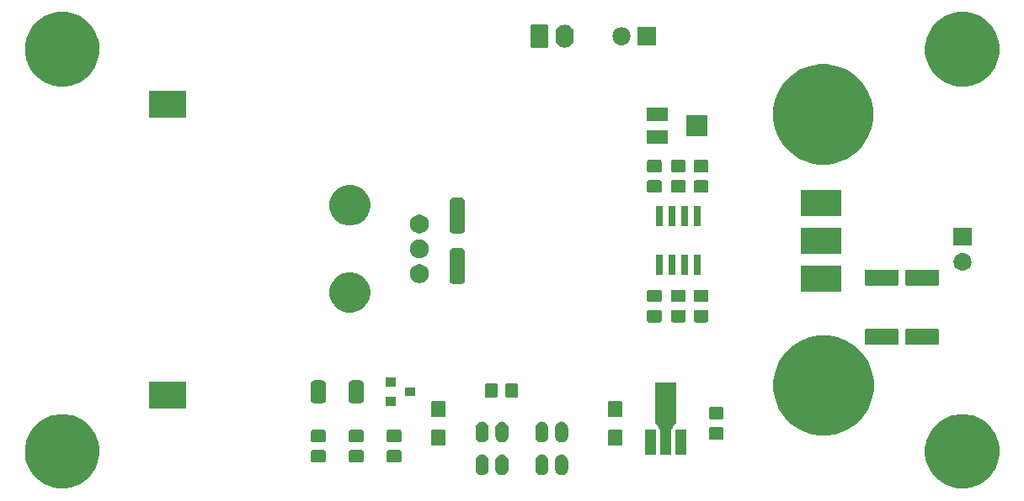
<source format=gbr>
G04 #@! TF.GenerationSoftware,KiCad,Pcbnew,(5.1.2-1)-1*
G04 #@! TF.CreationDate,2020-01-22T21:35:13+01:00*
G04 #@! TF.ProjectId,CCLoad,43434c6f-6164-42e6-9b69-6361645f7063,rev?*
G04 #@! TF.SameCoordinates,Original*
G04 #@! TF.FileFunction,Soldermask,Bot*
G04 #@! TF.FilePolarity,Negative*
%FSLAX46Y46*%
G04 Gerber Fmt 4.6, Leading zero omitted, Abs format (unit mm)*
G04 Created by KiCad (PCBNEW (5.1.2-1)-1) date 2020-01-22 21:35:13*
%MOMM*%
%LPD*%
G04 APERTURE LIST*
%ADD10C,0.100000*%
G04 APERTURE END LIST*
D10*
G36*
X197682564Y-119185099D02*
G01*
X197924126Y-119233149D01*
X198606765Y-119515907D01*
X199221123Y-119926408D01*
X199743592Y-120448877D01*
X200154093Y-121063235D01*
X200436851Y-121745874D01*
X200469697Y-121911000D01*
X200581000Y-122470557D01*
X200581000Y-123209443D01*
X200515314Y-123539668D01*
X200436851Y-123934126D01*
X200154093Y-124616765D01*
X199743592Y-125231123D01*
X199221123Y-125753592D01*
X198606765Y-126164093D01*
X197924126Y-126446851D01*
X197682564Y-126494901D01*
X197199443Y-126591000D01*
X196460557Y-126591000D01*
X195977436Y-126494901D01*
X195735874Y-126446851D01*
X195053235Y-126164093D01*
X194438877Y-125753592D01*
X193916408Y-125231123D01*
X193505907Y-124616765D01*
X193223149Y-123934126D01*
X193144686Y-123539668D01*
X193079000Y-123209443D01*
X193079000Y-122470557D01*
X193190303Y-121911000D01*
X193223149Y-121745874D01*
X193505907Y-121063235D01*
X193916408Y-120448877D01*
X194438877Y-119926408D01*
X195053235Y-119515907D01*
X195735874Y-119233149D01*
X195977436Y-119185099D01*
X196460557Y-119089000D01*
X197199443Y-119089000D01*
X197682564Y-119185099D01*
X197682564Y-119185099D01*
G37*
G36*
X107182564Y-119185099D02*
G01*
X107424126Y-119233149D01*
X108106765Y-119515907D01*
X108721123Y-119926408D01*
X109243592Y-120448877D01*
X109654093Y-121063235D01*
X109936851Y-121745874D01*
X109969697Y-121911000D01*
X110081000Y-122470557D01*
X110081000Y-123209443D01*
X110015314Y-123539668D01*
X109936851Y-123934126D01*
X109654093Y-124616765D01*
X109243592Y-125231123D01*
X108721123Y-125753592D01*
X108106765Y-126164093D01*
X107424126Y-126446851D01*
X107182564Y-126494901D01*
X106699443Y-126591000D01*
X105960557Y-126591000D01*
X105477436Y-126494901D01*
X105235874Y-126446851D01*
X104553235Y-126164093D01*
X103938877Y-125753592D01*
X103416408Y-125231123D01*
X103005907Y-124616765D01*
X102723149Y-123934126D01*
X102644686Y-123539668D01*
X102579000Y-123209443D01*
X102579000Y-122470557D01*
X102690303Y-121911000D01*
X102723149Y-121745874D01*
X103005907Y-121063235D01*
X103416408Y-120448877D01*
X103938877Y-119926408D01*
X104553235Y-119515907D01*
X105235874Y-119233149D01*
X105477436Y-119185099D01*
X105960557Y-119089000D01*
X106699443Y-119089000D01*
X107182564Y-119185099D01*
X107182564Y-119185099D01*
G37*
G36*
X154667618Y-123148420D02*
G01*
X154758404Y-123175960D01*
X154790336Y-123185646D01*
X154903425Y-123246094D01*
X155002554Y-123327446D01*
X155083906Y-123426575D01*
X155144354Y-123539664D01*
X155144355Y-123539668D01*
X155181580Y-123662382D01*
X155191000Y-123758027D01*
X155191000Y-124621973D01*
X155181580Y-124717618D01*
X155154040Y-124808404D01*
X155144354Y-124840336D01*
X155083906Y-124953425D01*
X155002554Y-125052553D01*
X154903424Y-125133906D01*
X154790335Y-125194354D01*
X154758403Y-125204040D01*
X154667617Y-125231580D01*
X154540000Y-125244149D01*
X154412382Y-125231580D01*
X154321596Y-125204040D01*
X154289664Y-125194354D01*
X154176575Y-125133906D01*
X154077447Y-125052554D01*
X153996094Y-124953424D01*
X153935646Y-124840335D01*
X153925960Y-124808403D01*
X153898420Y-124717617D01*
X153889000Y-124621972D01*
X153889000Y-123758027D01*
X153898420Y-123662382D01*
X153935646Y-123539668D01*
X153935647Y-123539664D01*
X153996095Y-123426575D01*
X154077447Y-123327446D01*
X154176576Y-123246094D01*
X154289665Y-123185646D01*
X154321597Y-123175960D01*
X154412383Y-123148420D01*
X154540000Y-123135851D01*
X154667618Y-123148420D01*
X154667618Y-123148420D01*
G37*
G36*
X156667618Y-123148420D02*
G01*
X156758404Y-123175960D01*
X156790336Y-123185646D01*
X156903425Y-123246094D01*
X157002554Y-123327446D01*
X157083906Y-123426575D01*
X157144354Y-123539664D01*
X157144355Y-123539668D01*
X157181580Y-123662382D01*
X157191000Y-123758027D01*
X157191000Y-124621973D01*
X157181580Y-124717618D01*
X157154040Y-124808404D01*
X157144354Y-124840336D01*
X157083906Y-124953425D01*
X157002554Y-125052553D01*
X156903424Y-125133906D01*
X156790335Y-125194354D01*
X156758403Y-125204040D01*
X156667617Y-125231580D01*
X156540000Y-125244149D01*
X156412382Y-125231580D01*
X156321596Y-125204040D01*
X156289664Y-125194354D01*
X156176575Y-125133906D01*
X156077447Y-125052554D01*
X155996094Y-124953424D01*
X155935646Y-124840335D01*
X155925960Y-124808403D01*
X155898420Y-124717617D01*
X155889000Y-124621972D01*
X155889000Y-123758027D01*
X155898420Y-123662382D01*
X155935646Y-123539668D01*
X155935647Y-123539664D01*
X155996095Y-123426575D01*
X156077447Y-123327446D01*
X156176576Y-123246094D01*
X156289665Y-123185646D01*
X156321597Y-123175960D01*
X156412383Y-123148420D01*
X156540000Y-123135851D01*
X156667618Y-123148420D01*
X156667618Y-123148420D01*
G37*
G36*
X148667618Y-123148420D02*
G01*
X148758404Y-123175960D01*
X148790336Y-123185646D01*
X148903425Y-123246094D01*
X149002554Y-123327446D01*
X149083906Y-123426575D01*
X149144354Y-123539664D01*
X149144355Y-123539668D01*
X149181580Y-123662382D01*
X149191000Y-123758027D01*
X149191000Y-124621973D01*
X149181580Y-124717618D01*
X149154040Y-124808404D01*
X149144354Y-124840336D01*
X149083906Y-124953425D01*
X149002554Y-125052553D01*
X148903424Y-125133906D01*
X148790335Y-125194354D01*
X148758403Y-125204040D01*
X148667617Y-125231580D01*
X148540000Y-125244149D01*
X148412382Y-125231580D01*
X148321596Y-125204040D01*
X148289664Y-125194354D01*
X148176575Y-125133906D01*
X148077447Y-125052554D01*
X147996094Y-124953424D01*
X147935646Y-124840335D01*
X147925960Y-124808403D01*
X147898420Y-124717617D01*
X147889000Y-124621972D01*
X147889000Y-123758027D01*
X147898420Y-123662382D01*
X147935646Y-123539668D01*
X147935647Y-123539664D01*
X147996095Y-123426575D01*
X148077447Y-123327446D01*
X148176576Y-123246094D01*
X148289665Y-123185646D01*
X148321597Y-123175960D01*
X148412383Y-123148420D01*
X148540000Y-123135851D01*
X148667618Y-123148420D01*
X148667618Y-123148420D01*
G37*
G36*
X150667618Y-123148420D02*
G01*
X150758404Y-123175960D01*
X150790336Y-123185646D01*
X150903425Y-123246094D01*
X151002554Y-123327446D01*
X151083906Y-123426575D01*
X151144354Y-123539664D01*
X151144355Y-123539668D01*
X151181580Y-123662382D01*
X151191000Y-123758027D01*
X151191000Y-124621973D01*
X151181580Y-124717618D01*
X151154040Y-124808404D01*
X151144354Y-124840336D01*
X151083906Y-124953425D01*
X151002554Y-125052553D01*
X150903424Y-125133906D01*
X150790335Y-125194354D01*
X150758403Y-125204040D01*
X150667617Y-125231580D01*
X150540000Y-125244149D01*
X150412382Y-125231580D01*
X150321596Y-125204040D01*
X150289664Y-125194354D01*
X150176575Y-125133906D01*
X150077447Y-125052554D01*
X149996094Y-124953424D01*
X149935646Y-124840335D01*
X149925960Y-124808403D01*
X149898420Y-124717617D01*
X149889000Y-124621972D01*
X149889000Y-123758027D01*
X149898420Y-123662382D01*
X149935646Y-123539668D01*
X149935647Y-123539664D01*
X149996095Y-123426575D01*
X150077447Y-123327446D01*
X150176576Y-123246094D01*
X150289665Y-123185646D01*
X150321597Y-123175960D01*
X150412383Y-123148420D01*
X150540000Y-123135851D01*
X150667618Y-123148420D01*
X150667618Y-123148420D01*
G37*
G36*
X132668674Y-122713465D02*
G01*
X132706367Y-122724899D01*
X132741103Y-122743466D01*
X132771548Y-122768452D01*
X132796534Y-122798897D01*
X132815101Y-122833633D01*
X132826535Y-122871326D01*
X132831000Y-122916661D01*
X132831000Y-123753339D01*
X132826535Y-123798674D01*
X132815101Y-123836367D01*
X132796534Y-123871103D01*
X132771548Y-123901548D01*
X132741103Y-123926534D01*
X132706367Y-123945101D01*
X132668674Y-123956535D01*
X132623339Y-123961000D01*
X131536661Y-123961000D01*
X131491326Y-123956535D01*
X131453633Y-123945101D01*
X131418897Y-123926534D01*
X131388452Y-123901548D01*
X131363466Y-123871103D01*
X131344899Y-123836367D01*
X131333465Y-123798674D01*
X131329000Y-123753339D01*
X131329000Y-122916661D01*
X131333465Y-122871326D01*
X131344899Y-122833633D01*
X131363466Y-122798897D01*
X131388452Y-122768452D01*
X131418897Y-122743466D01*
X131453633Y-122724899D01*
X131491326Y-122713465D01*
X131536661Y-122709000D01*
X132623339Y-122709000D01*
X132668674Y-122713465D01*
X132668674Y-122713465D01*
G37*
G36*
X136478674Y-122713465D02*
G01*
X136516367Y-122724899D01*
X136551103Y-122743466D01*
X136581548Y-122768452D01*
X136606534Y-122798897D01*
X136625101Y-122833633D01*
X136636535Y-122871326D01*
X136641000Y-122916661D01*
X136641000Y-123753339D01*
X136636535Y-123798674D01*
X136625101Y-123836367D01*
X136606534Y-123871103D01*
X136581548Y-123901548D01*
X136551103Y-123926534D01*
X136516367Y-123945101D01*
X136478674Y-123956535D01*
X136433339Y-123961000D01*
X135346661Y-123961000D01*
X135301326Y-123956535D01*
X135263633Y-123945101D01*
X135228897Y-123926534D01*
X135198452Y-123901548D01*
X135173466Y-123871103D01*
X135154899Y-123836367D01*
X135143465Y-123798674D01*
X135139000Y-123753339D01*
X135139000Y-122916661D01*
X135143465Y-122871326D01*
X135154899Y-122833633D01*
X135173466Y-122798897D01*
X135198452Y-122768452D01*
X135228897Y-122743466D01*
X135263633Y-122724899D01*
X135301326Y-122713465D01*
X135346661Y-122709000D01*
X136433339Y-122709000D01*
X136478674Y-122713465D01*
X136478674Y-122713465D01*
G37*
G36*
X140288674Y-122704465D02*
G01*
X140326367Y-122715899D01*
X140361103Y-122734466D01*
X140391548Y-122759452D01*
X140416534Y-122789897D01*
X140435101Y-122824633D01*
X140446535Y-122862326D01*
X140451000Y-122907661D01*
X140451000Y-123744339D01*
X140446535Y-123789674D01*
X140435101Y-123827367D01*
X140416534Y-123862103D01*
X140391548Y-123892548D01*
X140361103Y-123917534D01*
X140326367Y-123936101D01*
X140288674Y-123947535D01*
X140243339Y-123952000D01*
X139156661Y-123952000D01*
X139111326Y-123947535D01*
X139073633Y-123936101D01*
X139038897Y-123917534D01*
X139008452Y-123892548D01*
X138983466Y-123862103D01*
X138964899Y-123827367D01*
X138953465Y-123789674D01*
X138949000Y-123744339D01*
X138949000Y-122907661D01*
X138953465Y-122862326D01*
X138964899Y-122824633D01*
X138983466Y-122789897D01*
X139008452Y-122759452D01*
X139038897Y-122734466D01*
X139073633Y-122715899D01*
X139111326Y-122704465D01*
X139156661Y-122700000D01*
X140243339Y-122700000D01*
X140288674Y-122704465D01*
X140288674Y-122704465D01*
G37*
G36*
X166056000Y-123221000D02*
G01*
X164954000Y-123221000D01*
X164954000Y-120619000D01*
X166056000Y-120619000D01*
X166056000Y-123221000D01*
X166056000Y-123221000D01*
G37*
G36*
X168056000Y-119759001D02*
G01*
X168058402Y-119783387D01*
X168065515Y-119806836D01*
X168077066Y-119828447D01*
X168092611Y-119847389D01*
X168111553Y-119862934D01*
X168113607Y-119864032D01*
X168076994Y-119918951D01*
X168065465Y-119940574D01*
X168058376Y-119964030D01*
X168056000Y-119988288D01*
X168056000Y-120014051D01*
X168034690Y-120020515D01*
X168013079Y-120032066D01*
X167994137Y-120047611D01*
X167978520Y-120066662D01*
X167739852Y-120424664D01*
X167733507Y-120436565D01*
X167724996Y-120446947D01*
X167576994Y-120668950D01*
X167565465Y-120690573D01*
X167558376Y-120714029D01*
X167556000Y-120738287D01*
X167556000Y-123221000D01*
X166454000Y-123221000D01*
X166454000Y-120738287D01*
X166451598Y-120713901D01*
X166444485Y-120690452D01*
X166433006Y-120668950D01*
X166285004Y-120446947D01*
X166276500Y-120436563D01*
X166270148Y-120424664D01*
X166031480Y-120066662D01*
X166015955Y-120047704D01*
X165997029Y-120032139D01*
X165975431Y-120020565D01*
X165954000Y-120014039D01*
X165954000Y-119988288D01*
X165951598Y-119963902D01*
X165944485Y-119940453D01*
X165933006Y-119918951D01*
X165896393Y-119864032D01*
X165898447Y-119862934D01*
X165917389Y-119847389D01*
X165932934Y-119828447D01*
X165944485Y-119806836D01*
X165951598Y-119783387D01*
X165954000Y-119759001D01*
X165954000Y-115909000D01*
X168056000Y-115909000D01*
X168056000Y-119759001D01*
X168056000Y-119759001D01*
G37*
G36*
X169056000Y-123221000D02*
G01*
X167954000Y-123221000D01*
X167954000Y-120619000D01*
X169056000Y-120619000D01*
X169056000Y-123221000D01*
X169056000Y-123221000D01*
G37*
G36*
X144717798Y-120618247D02*
G01*
X144753367Y-120629037D01*
X144786139Y-120646554D01*
X144814869Y-120670131D01*
X144838446Y-120698861D01*
X144855963Y-120731633D01*
X144866753Y-120767202D01*
X144871000Y-120810325D01*
X144871000Y-122094675D01*
X144866753Y-122137798D01*
X144855963Y-122173367D01*
X144838446Y-122206139D01*
X144814869Y-122234869D01*
X144786139Y-122258446D01*
X144753367Y-122275963D01*
X144717798Y-122286753D01*
X144674675Y-122291000D01*
X143615325Y-122291000D01*
X143572202Y-122286753D01*
X143536633Y-122275963D01*
X143503861Y-122258446D01*
X143475131Y-122234869D01*
X143451554Y-122206139D01*
X143434037Y-122173367D01*
X143423247Y-122137798D01*
X143419000Y-122094675D01*
X143419000Y-120810325D01*
X143423247Y-120767202D01*
X143434037Y-120731633D01*
X143451554Y-120698861D01*
X143475131Y-120670131D01*
X143503861Y-120646554D01*
X143536633Y-120629037D01*
X143572202Y-120618247D01*
X143615325Y-120614000D01*
X144674675Y-120614000D01*
X144717798Y-120618247D01*
X144717798Y-120618247D01*
G37*
G36*
X162497798Y-120618247D02*
G01*
X162533367Y-120629037D01*
X162566139Y-120646554D01*
X162594869Y-120670131D01*
X162618446Y-120698861D01*
X162635963Y-120731633D01*
X162646753Y-120767202D01*
X162651000Y-120810325D01*
X162651000Y-122094675D01*
X162646753Y-122137798D01*
X162635963Y-122173367D01*
X162618446Y-122206139D01*
X162594869Y-122234869D01*
X162566139Y-122258446D01*
X162533367Y-122275963D01*
X162497798Y-122286753D01*
X162454675Y-122291000D01*
X161395325Y-122291000D01*
X161352202Y-122286753D01*
X161316633Y-122275963D01*
X161283861Y-122258446D01*
X161255131Y-122234869D01*
X161231554Y-122206139D01*
X161214037Y-122173367D01*
X161203247Y-122137798D01*
X161199000Y-122094675D01*
X161199000Y-120810325D01*
X161203247Y-120767202D01*
X161214037Y-120731633D01*
X161231554Y-120698861D01*
X161255131Y-120670131D01*
X161283861Y-120646554D01*
X161316633Y-120629037D01*
X161352202Y-120618247D01*
X161395325Y-120614000D01*
X162454675Y-120614000D01*
X162497798Y-120618247D01*
X162497798Y-120618247D01*
G37*
G36*
X148667618Y-119848420D02*
G01*
X148758404Y-119875960D01*
X148790336Y-119885646D01*
X148903425Y-119946094D01*
X149002554Y-120027446D01*
X149083906Y-120126575D01*
X149144354Y-120239664D01*
X149144355Y-120239668D01*
X149181580Y-120362382D01*
X149191000Y-120458027D01*
X149191000Y-121321973D01*
X149181580Y-121417618D01*
X149169227Y-121458339D01*
X149144354Y-121540336D01*
X149083906Y-121653425D01*
X149002554Y-121752553D01*
X148903424Y-121833906D01*
X148790335Y-121894354D01*
X148787872Y-121895101D01*
X148667617Y-121931580D01*
X148540000Y-121944149D01*
X148412382Y-121931580D01*
X148292127Y-121895101D01*
X148289664Y-121894354D01*
X148176575Y-121833906D01*
X148077447Y-121752554D01*
X147996094Y-121653424D01*
X147935646Y-121540335D01*
X147907311Y-121446925D01*
X147898420Y-121417617D01*
X147889000Y-121321972D01*
X147889000Y-120458027D01*
X147898420Y-120362382D01*
X147935646Y-120239668D01*
X147935647Y-120239664D01*
X147996095Y-120126575D01*
X148077447Y-120027446D01*
X148176576Y-119946094D01*
X148289665Y-119885646D01*
X148321597Y-119875960D01*
X148412383Y-119848420D01*
X148540000Y-119835851D01*
X148667618Y-119848420D01*
X148667618Y-119848420D01*
G37*
G36*
X150667618Y-119848420D02*
G01*
X150758404Y-119875960D01*
X150790336Y-119885646D01*
X150903425Y-119946094D01*
X151002554Y-120027446D01*
X151083906Y-120126575D01*
X151144354Y-120239664D01*
X151144355Y-120239668D01*
X151181580Y-120362382D01*
X151191000Y-120458027D01*
X151191000Y-121321973D01*
X151181580Y-121417618D01*
X151169227Y-121458339D01*
X151144354Y-121540336D01*
X151083906Y-121653425D01*
X151002554Y-121752553D01*
X150903424Y-121833906D01*
X150790335Y-121894354D01*
X150787872Y-121895101D01*
X150667617Y-121931580D01*
X150540000Y-121944149D01*
X150412382Y-121931580D01*
X150292127Y-121895101D01*
X150289664Y-121894354D01*
X150176575Y-121833906D01*
X150077447Y-121752554D01*
X149996094Y-121653424D01*
X149935646Y-121540335D01*
X149907311Y-121446925D01*
X149898420Y-121417617D01*
X149889000Y-121321972D01*
X149889000Y-120458027D01*
X149898420Y-120362382D01*
X149935646Y-120239668D01*
X149935647Y-120239664D01*
X149996095Y-120126575D01*
X150077447Y-120027446D01*
X150176576Y-119946094D01*
X150289665Y-119885646D01*
X150321597Y-119875960D01*
X150412383Y-119848420D01*
X150540000Y-119835851D01*
X150667618Y-119848420D01*
X150667618Y-119848420D01*
G37*
G36*
X154667618Y-119848420D02*
G01*
X154758404Y-119875960D01*
X154790336Y-119885646D01*
X154903425Y-119946094D01*
X155002554Y-120027446D01*
X155083906Y-120126575D01*
X155144354Y-120239664D01*
X155144355Y-120239668D01*
X155181580Y-120362382D01*
X155191000Y-120458027D01*
X155191000Y-121321973D01*
X155181580Y-121417618D01*
X155169227Y-121458339D01*
X155144354Y-121540336D01*
X155083906Y-121653425D01*
X155002554Y-121752553D01*
X154903424Y-121833906D01*
X154790335Y-121894354D01*
X154787872Y-121895101D01*
X154667617Y-121931580D01*
X154540000Y-121944149D01*
X154412382Y-121931580D01*
X154292127Y-121895101D01*
X154289664Y-121894354D01*
X154176575Y-121833906D01*
X154077447Y-121752554D01*
X153996094Y-121653424D01*
X153935646Y-121540335D01*
X153907311Y-121446925D01*
X153898420Y-121417617D01*
X153889000Y-121321972D01*
X153889000Y-120458027D01*
X153898420Y-120362382D01*
X153935646Y-120239668D01*
X153935647Y-120239664D01*
X153996095Y-120126575D01*
X154077447Y-120027446D01*
X154176576Y-119946094D01*
X154289665Y-119885646D01*
X154321597Y-119875960D01*
X154412383Y-119848420D01*
X154540000Y-119835851D01*
X154667618Y-119848420D01*
X154667618Y-119848420D01*
G37*
G36*
X156667618Y-119848420D02*
G01*
X156758404Y-119875960D01*
X156790336Y-119885646D01*
X156903425Y-119946094D01*
X157002554Y-120027446D01*
X157083906Y-120126575D01*
X157144354Y-120239664D01*
X157144355Y-120239668D01*
X157181580Y-120362382D01*
X157191000Y-120458027D01*
X157191000Y-121321973D01*
X157181580Y-121417618D01*
X157169227Y-121458339D01*
X157144354Y-121540336D01*
X157083906Y-121653425D01*
X157002554Y-121752553D01*
X156903424Y-121833906D01*
X156790335Y-121894354D01*
X156787872Y-121895101D01*
X156667617Y-121931580D01*
X156540000Y-121944149D01*
X156412382Y-121931580D01*
X156292127Y-121895101D01*
X156289664Y-121894354D01*
X156176575Y-121833906D01*
X156077447Y-121752554D01*
X155996094Y-121653424D01*
X155935646Y-121540335D01*
X155907311Y-121446925D01*
X155898420Y-121417617D01*
X155889000Y-121321972D01*
X155889000Y-120458027D01*
X155898420Y-120362382D01*
X155935646Y-120239668D01*
X155935647Y-120239664D01*
X155996095Y-120126575D01*
X156077447Y-120027446D01*
X156176576Y-119946094D01*
X156289665Y-119885646D01*
X156321597Y-119875960D01*
X156412383Y-119848420D01*
X156540000Y-119835851D01*
X156667618Y-119848420D01*
X156667618Y-119848420D01*
G37*
G36*
X136478674Y-120663465D02*
G01*
X136516367Y-120674899D01*
X136551103Y-120693466D01*
X136581548Y-120718452D01*
X136606534Y-120748897D01*
X136625101Y-120783633D01*
X136636535Y-120821326D01*
X136641000Y-120866661D01*
X136641000Y-121703339D01*
X136636535Y-121748674D01*
X136625101Y-121786367D01*
X136606534Y-121821103D01*
X136581548Y-121851548D01*
X136551103Y-121876534D01*
X136516367Y-121895101D01*
X136478674Y-121906535D01*
X136433339Y-121911000D01*
X135346661Y-121911000D01*
X135301326Y-121906535D01*
X135263633Y-121895101D01*
X135228897Y-121876534D01*
X135198452Y-121851548D01*
X135173466Y-121821103D01*
X135154899Y-121786367D01*
X135143465Y-121748674D01*
X135139000Y-121703339D01*
X135139000Y-120866661D01*
X135143465Y-120821326D01*
X135154899Y-120783633D01*
X135173466Y-120748897D01*
X135198452Y-120718452D01*
X135228897Y-120693466D01*
X135263633Y-120674899D01*
X135301326Y-120663465D01*
X135346661Y-120659000D01*
X136433339Y-120659000D01*
X136478674Y-120663465D01*
X136478674Y-120663465D01*
G37*
G36*
X132668674Y-120663465D02*
G01*
X132706367Y-120674899D01*
X132741103Y-120693466D01*
X132771548Y-120718452D01*
X132796534Y-120748897D01*
X132815101Y-120783633D01*
X132826535Y-120821326D01*
X132831000Y-120866661D01*
X132831000Y-121703339D01*
X132826535Y-121748674D01*
X132815101Y-121786367D01*
X132796534Y-121821103D01*
X132771548Y-121851548D01*
X132741103Y-121876534D01*
X132706367Y-121895101D01*
X132668674Y-121906535D01*
X132623339Y-121911000D01*
X131536661Y-121911000D01*
X131491326Y-121906535D01*
X131453633Y-121895101D01*
X131418897Y-121876534D01*
X131388452Y-121851548D01*
X131363466Y-121821103D01*
X131344899Y-121786367D01*
X131333465Y-121748674D01*
X131329000Y-121703339D01*
X131329000Y-120866661D01*
X131333465Y-120821326D01*
X131344899Y-120783633D01*
X131363466Y-120748897D01*
X131388452Y-120718452D01*
X131418897Y-120693466D01*
X131453633Y-120674899D01*
X131491326Y-120663465D01*
X131536661Y-120659000D01*
X132623339Y-120659000D01*
X132668674Y-120663465D01*
X132668674Y-120663465D01*
G37*
G36*
X140288674Y-120654465D02*
G01*
X140326367Y-120665899D01*
X140361103Y-120684466D01*
X140391548Y-120709452D01*
X140416534Y-120739897D01*
X140435101Y-120774633D01*
X140446535Y-120812326D01*
X140451000Y-120857661D01*
X140451000Y-121694339D01*
X140446535Y-121739674D01*
X140435101Y-121777367D01*
X140416534Y-121812103D01*
X140391548Y-121842548D01*
X140361103Y-121867534D01*
X140326367Y-121886101D01*
X140288674Y-121897535D01*
X140243339Y-121902000D01*
X139156661Y-121902000D01*
X139111326Y-121897535D01*
X139073633Y-121886101D01*
X139038897Y-121867534D01*
X139008452Y-121842548D01*
X138983466Y-121812103D01*
X138964899Y-121777367D01*
X138953465Y-121739674D01*
X138949000Y-121694339D01*
X138949000Y-120857661D01*
X138953465Y-120812326D01*
X138964899Y-120774633D01*
X138983466Y-120739897D01*
X139008452Y-120709452D01*
X139038897Y-120684466D01*
X139073633Y-120665899D01*
X139111326Y-120654465D01*
X139156661Y-120650000D01*
X140243339Y-120650000D01*
X140288674Y-120654465D01*
X140288674Y-120654465D01*
G37*
G36*
X172673674Y-120418465D02*
G01*
X172711367Y-120429899D01*
X172746103Y-120448466D01*
X172776548Y-120473452D01*
X172801534Y-120503897D01*
X172820101Y-120538633D01*
X172831535Y-120576326D01*
X172836000Y-120621661D01*
X172836000Y-121458339D01*
X172831535Y-121503674D01*
X172820101Y-121541367D01*
X172801534Y-121576103D01*
X172776548Y-121606548D01*
X172746103Y-121631534D01*
X172711367Y-121650101D01*
X172673674Y-121661535D01*
X172628339Y-121666000D01*
X171541661Y-121666000D01*
X171496326Y-121661535D01*
X171458633Y-121650101D01*
X171423897Y-121631534D01*
X171393452Y-121606548D01*
X171368466Y-121576103D01*
X171349899Y-121541367D01*
X171338465Y-121503674D01*
X171334000Y-121458339D01*
X171334000Y-120621661D01*
X171338465Y-120576326D01*
X171349899Y-120538633D01*
X171368466Y-120503897D01*
X171393452Y-120473452D01*
X171423897Y-120448466D01*
X171458633Y-120429899D01*
X171496326Y-120418465D01*
X171541661Y-120414000D01*
X172628339Y-120414000D01*
X172673674Y-120418465D01*
X172673674Y-120418465D01*
G37*
G36*
X183865401Y-111251054D02*
G01*
X184353322Y-111348107D01*
X185272546Y-111728862D01*
X186099825Y-112281632D01*
X186803368Y-112985175D01*
X187356138Y-113812454D01*
X187736893Y-114731678D01*
X187736893Y-114731679D01*
X187931000Y-115707519D01*
X187931000Y-116702481D01*
X187873809Y-116990000D01*
X187736893Y-117678322D01*
X187356138Y-118597546D01*
X186803368Y-119424825D01*
X186099825Y-120128368D01*
X185272546Y-120681138D01*
X184353322Y-121061893D01*
X183865401Y-121158946D01*
X183377481Y-121256000D01*
X182382519Y-121256000D01*
X181894599Y-121158946D01*
X181406678Y-121061893D01*
X180487454Y-120681138D01*
X179660175Y-120128368D01*
X178956632Y-119424825D01*
X178403862Y-118597546D01*
X178023107Y-117678322D01*
X177886191Y-116990000D01*
X177829000Y-116702481D01*
X177829000Y-115707519D01*
X178023107Y-114731679D01*
X178023107Y-114731678D01*
X178403862Y-113812454D01*
X178956632Y-112985175D01*
X179660175Y-112281632D01*
X180487454Y-111728862D01*
X181406678Y-111348107D01*
X181894599Y-111251054D01*
X182382519Y-111154000D01*
X183377481Y-111154000D01*
X183865401Y-111251054D01*
X183865401Y-111251054D01*
G37*
G36*
X172673674Y-118368465D02*
G01*
X172711367Y-118379899D01*
X172746103Y-118398466D01*
X172776548Y-118423452D01*
X172801534Y-118453897D01*
X172820101Y-118488633D01*
X172831535Y-118526326D01*
X172836000Y-118571661D01*
X172836000Y-119408339D01*
X172831535Y-119453674D01*
X172820101Y-119491367D01*
X172801534Y-119526103D01*
X172776548Y-119556548D01*
X172746103Y-119581534D01*
X172711367Y-119600101D01*
X172673674Y-119611535D01*
X172628339Y-119616000D01*
X171541661Y-119616000D01*
X171496326Y-119611535D01*
X171458633Y-119600101D01*
X171423897Y-119581534D01*
X171393452Y-119556548D01*
X171368466Y-119526103D01*
X171349899Y-119491367D01*
X171338465Y-119453674D01*
X171334000Y-119408339D01*
X171334000Y-118571661D01*
X171338465Y-118526326D01*
X171349899Y-118488633D01*
X171368466Y-118453897D01*
X171393452Y-118423452D01*
X171423897Y-118398466D01*
X171458633Y-118379899D01*
X171496326Y-118368465D01*
X171541661Y-118364000D01*
X172628339Y-118364000D01*
X172673674Y-118368465D01*
X172673674Y-118368465D01*
G37*
G36*
X162497798Y-117743247D02*
G01*
X162533367Y-117754037D01*
X162566139Y-117771554D01*
X162594869Y-117795131D01*
X162618446Y-117823861D01*
X162635963Y-117856633D01*
X162646753Y-117892202D01*
X162651000Y-117935325D01*
X162651000Y-119219675D01*
X162646753Y-119262798D01*
X162635963Y-119298367D01*
X162618446Y-119331139D01*
X162594869Y-119359869D01*
X162566139Y-119383446D01*
X162533367Y-119400963D01*
X162497798Y-119411753D01*
X162454675Y-119416000D01*
X161395325Y-119416000D01*
X161352202Y-119411753D01*
X161316633Y-119400963D01*
X161283861Y-119383446D01*
X161255131Y-119359869D01*
X161231554Y-119331139D01*
X161214037Y-119298367D01*
X161203247Y-119262798D01*
X161199000Y-119219675D01*
X161199000Y-117935325D01*
X161203247Y-117892202D01*
X161214037Y-117856633D01*
X161231554Y-117823861D01*
X161255131Y-117795131D01*
X161283861Y-117771554D01*
X161316633Y-117754037D01*
X161352202Y-117743247D01*
X161395325Y-117739000D01*
X162454675Y-117739000D01*
X162497798Y-117743247D01*
X162497798Y-117743247D01*
G37*
G36*
X144717798Y-117743247D02*
G01*
X144753367Y-117754037D01*
X144786139Y-117771554D01*
X144814869Y-117795131D01*
X144838446Y-117823861D01*
X144855963Y-117856633D01*
X144866753Y-117892202D01*
X144871000Y-117935325D01*
X144871000Y-119219675D01*
X144866753Y-119262798D01*
X144855963Y-119298367D01*
X144838446Y-119331139D01*
X144814869Y-119359869D01*
X144786139Y-119383446D01*
X144753367Y-119400963D01*
X144717798Y-119411753D01*
X144674675Y-119416000D01*
X143615325Y-119416000D01*
X143572202Y-119411753D01*
X143536633Y-119400963D01*
X143503861Y-119383446D01*
X143475131Y-119359869D01*
X143451554Y-119331139D01*
X143434037Y-119298367D01*
X143423247Y-119262798D01*
X143419000Y-119219675D01*
X143419000Y-117935325D01*
X143423247Y-117892202D01*
X143434037Y-117856633D01*
X143451554Y-117823861D01*
X143475131Y-117795131D01*
X143503861Y-117771554D01*
X143536633Y-117754037D01*
X143572202Y-117743247D01*
X143615325Y-117739000D01*
X144674675Y-117739000D01*
X144717798Y-117743247D01*
X144717798Y-117743247D01*
G37*
G36*
X118791000Y-118541000D02*
G01*
X115089000Y-118541000D01*
X115089000Y-115839000D01*
X118791000Y-115839000D01*
X118791000Y-118541000D01*
X118791000Y-118541000D01*
G37*
G36*
X139836000Y-118241000D02*
G01*
X138834000Y-118241000D01*
X138834000Y-117339000D01*
X139836000Y-117339000D01*
X139836000Y-118241000D01*
X139836000Y-118241000D01*
G37*
G36*
X136152199Y-115639954D02*
G01*
X136164450Y-115640556D01*
X136182869Y-115640556D01*
X136205149Y-115642750D01*
X136289233Y-115659476D01*
X136310660Y-115665976D01*
X136389858Y-115698780D01*
X136395303Y-115701691D01*
X136395309Y-115701693D01*
X136404169Y-115706429D01*
X136404173Y-115706432D01*
X136409614Y-115709340D01*
X136480899Y-115756971D01*
X136498204Y-115771172D01*
X136558828Y-115831796D01*
X136573029Y-115849101D01*
X136620660Y-115920386D01*
X136623568Y-115925827D01*
X136623571Y-115925831D01*
X136628307Y-115934691D01*
X136628309Y-115934697D01*
X136631220Y-115940142D01*
X136664024Y-116019340D01*
X136670524Y-116040767D01*
X136687250Y-116124851D01*
X136689444Y-116147131D01*
X136689444Y-116165550D01*
X136690046Y-116177801D01*
X136691852Y-116196139D01*
X136691852Y-116683860D01*
X136690263Y-116699999D01*
X136687348Y-116709608D01*
X136682610Y-116718472D01*
X136676237Y-116726237D01*
X136663794Y-116736448D01*
X136653425Y-116743378D01*
X136636098Y-116760705D01*
X136622485Y-116781080D01*
X136613109Y-116803720D01*
X136608329Y-116827753D01*
X136608330Y-116852257D01*
X136613112Y-116876290D01*
X136622490Y-116898929D01*
X136636105Y-116919302D01*
X136653432Y-116936629D01*
X136663802Y-116943558D01*
X136676237Y-116953763D01*
X136682610Y-116961528D01*
X136687348Y-116970392D01*
X136690263Y-116980001D01*
X136691852Y-116996140D01*
X136691852Y-117483862D01*
X136690046Y-117502199D01*
X136689444Y-117514450D01*
X136689444Y-117532869D01*
X136687250Y-117555149D01*
X136670524Y-117639233D01*
X136664024Y-117660660D01*
X136631220Y-117739858D01*
X136628309Y-117745303D01*
X136628307Y-117745309D01*
X136623571Y-117754169D01*
X136623568Y-117754173D01*
X136620660Y-117759614D01*
X136573029Y-117830899D01*
X136558828Y-117848204D01*
X136498204Y-117908828D01*
X136480899Y-117923029D01*
X136409614Y-117970660D01*
X136404173Y-117973568D01*
X136404169Y-117973571D01*
X136395309Y-117978307D01*
X136395303Y-117978309D01*
X136389858Y-117981220D01*
X136310660Y-118014024D01*
X136289233Y-118020524D01*
X136205149Y-118037250D01*
X136182869Y-118039444D01*
X136164450Y-118039444D01*
X136152199Y-118040046D01*
X136133862Y-118041852D01*
X135646138Y-118041852D01*
X135627801Y-118040046D01*
X135615550Y-118039444D01*
X135597131Y-118039444D01*
X135574851Y-118037250D01*
X135490767Y-118020524D01*
X135469340Y-118014024D01*
X135390142Y-117981220D01*
X135384697Y-117978309D01*
X135384691Y-117978307D01*
X135375831Y-117973571D01*
X135375827Y-117973568D01*
X135370386Y-117970660D01*
X135299101Y-117923029D01*
X135281796Y-117908828D01*
X135221172Y-117848204D01*
X135206971Y-117830899D01*
X135159340Y-117759614D01*
X135156432Y-117754173D01*
X135156429Y-117754169D01*
X135151693Y-117745309D01*
X135151691Y-117745303D01*
X135148780Y-117739858D01*
X135115976Y-117660660D01*
X135109476Y-117639233D01*
X135092750Y-117555149D01*
X135090556Y-117532869D01*
X135090556Y-117514450D01*
X135089954Y-117502199D01*
X135088148Y-117483862D01*
X135088148Y-116996140D01*
X135089737Y-116980001D01*
X135092652Y-116970392D01*
X135097390Y-116961528D01*
X135103763Y-116953763D01*
X135116206Y-116943552D01*
X135126575Y-116936622D01*
X135143902Y-116919295D01*
X135157515Y-116898920D01*
X135166891Y-116876280D01*
X135171671Y-116852247D01*
X135171670Y-116827743D01*
X135166888Y-116803710D01*
X135157510Y-116781071D01*
X135143895Y-116760698D01*
X135126568Y-116743371D01*
X135116198Y-116736442D01*
X135103763Y-116726237D01*
X135097390Y-116718472D01*
X135092652Y-116709608D01*
X135089737Y-116699999D01*
X135088148Y-116683860D01*
X135088148Y-116196139D01*
X135089954Y-116177801D01*
X135090556Y-116165550D01*
X135090556Y-116147131D01*
X135092750Y-116124851D01*
X135109476Y-116040767D01*
X135115976Y-116019340D01*
X135148780Y-115940142D01*
X135151691Y-115934697D01*
X135151693Y-115934691D01*
X135156429Y-115925831D01*
X135156432Y-115925827D01*
X135159340Y-115920386D01*
X135206971Y-115849101D01*
X135221172Y-115831796D01*
X135281796Y-115771172D01*
X135299101Y-115756971D01*
X135370386Y-115709340D01*
X135375827Y-115706432D01*
X135375831Y-115706429D01*
X135384691Y-115701693D01*
X135384697Y-115701691D01*
X135390142Y-115698780D01*
X135469340Y-115665976D01*
X135490767Y-115659476D01*
X135574851Y-115642750D01*
X135597131Y-115640556D01*
X135615550Y-115640556D01*
X135627801Y-115639954D01*
X135646139Y-115638148D01*
X136133861Y-115638148D01*
X136152199Y-115639954D01*
X136152199Y-115639954D01*
G37*
G36*
X132342199Y-115639954D02*
G01*
X132354450Y-115640556D01*
X132372869Y-115640556D01*
X132395149Y-115642750D01*
X132479233Y-115659476D01*
X132500660Y-115665976D01*
X132579858Y-115698780D01*
X132585303Y-115701691D01*
X132585309Y-115701693D01*
X132594169Y-115706429D01*
X132594173Y-115706432D01*
X132599614Y-115709340D01*
X132670899Y-115756971D01*
X132688204Y-115771172D01*
X132748828Y-115831796D01*
X132763029Y-115849101D01*
X132810660Y-115920386D01*
X132813568Y-115925827D01*
X132813571Y-115925831D01*
X132818307Y-115934691D01*
X132818309Y-115934697D01*
X132821220Y-115940142D01*
X132854024Y-116019340D01*
X132860524Y-116040767D01*
X132877250Y-116124851D01*
X132879444Y-116147131D01*
X132879444Y-116165550D01*
X132880046Y-116177801D01*
X132881852Y-116196139D01*
X132881852Y-116683860D01*
X132880263Y-116699999D01*
X132877348Y-116709608D01*
X132872610Y-116718472D01*
X132866237Y-116726237D01*
X132853794Y-116736448D01*
X132843425Y-116743378D01*
X132826098Y-116760705D01*
X132812485Y-116781080D01*
X132803109Y-116803720D01*
X132798329Y-116827753D01*
X132798330Y-116852257D01*
X132803112Y-116876290D01*
X132812490Y-116898929D01*
X132826105Y-116919302D01*
X132843432Y-116936629D01*
X132853802Y-116943558D01*
X132866237Y-116953763D01*
X132872610Y-116961528D01*
X132877348Y-116970392D01*
X132880263Y-116980001D01*
X132881852Y-116996140D01*
X132881852Y-117483862D01*
X132880046Y-117502199D01*
X132879444Y-117514450D01*
X132879444Y-117532869D01*
X132877250Y-117555149D01*
X132860524Y-117639233D01*
X132854024Y-117660660D01*
X132821220Y-117739858D01*
X132818309Y-117745303D01*
X132818307Y-117745309D01*
X132813571Y-117754169D01*
X132813568Y-117754173D01*
X132810660Y-117759614D01*
X132763029Y-117830899D01*
X132748828Y-117848204D01*
X132688204Y-117908828D01*
X132670899Y-117923029D01*
X132599614Y-117970660D01*
X132594173Y-117973568D01*
X132594169Y-117973571D01*
X132585309Y-117978307D01*
X132585303Y-117978309D01*
X132579858Y-117981220D01*
X132500660Y-118014024D01*
X132479233Y-118020524D01*
X132395149Y-118037250D01*
X132372869Y-118039444D01*
X132354450Y-118039444D01*
X132342199Y-118040046D01*
X132323862Y-118041852D01*
X131836138Y-118041852D01*
X131817801Y-118040046D01*
X131805550Y-118039444D01*
X131787131Y-118039444D01*
X131764851Y-118037250D01*
X131680767Y-118020524D01*
X131659340Y-118014024D01*
X131580142Y-117981220D01*
X131574697Y-117978309D01*
X131574691Y-117978307D01*
X131565831Y-117973571D01*
X131565827Y-117973568D01*
X131560386Y-117970660D01*
X131489101Y-117923029D01*
X131471796Y-117908828D01*
X131411172Y-117848204D01*
X131396971Y-117830899D01*
X131349340Y-117759614D01*
X131346432Y-117754173D01*
X131346429Y-117754169D01*
X131341693Y-117745309D01*
X131341691Y-117745303D01*
X131338780Y-117739858D01*
X131305976Y-117660660D01*
X131299476Y-117639233D01*
X131282750Y-117555149D01*
X131280556Y-117532869D01*
X131280556Y-117514450D01*
X131279954Y-117502199D01*
X131278148Y-117483862D01*
X131278148Y-116996140D01*
X131279737Y-116980001D01*
X131282652Y-116970392D01*
X131287390Y-116961528D01*
X131293763Y-116953763D01*
X131306206Y-116943552D01*
X131316575Y-116936622D01*
X131333902Y-116919295D01*
X131347515Y-116898920D01*
X131356891Y-116876280D01*
X131361671Y-116852247D01*
X131361670Y-116827743D01*
X131356888Y-116803710D01*
X131347510Y-116781071D01*
X131333895Y-116760698D01*
X131316568Y-116743371D01*
X131306198Y-116736442D01*
X131293763Y-116726237D01*
X131287390Y-116718472D01*
X131282652Y-116709608D01*
X131279737Y-116699999D01*
X131278148Y-116683860D01*
X131278148Y-116196139D01*
X131279954Y-116177801D01*
X131280556Y-116165550D01*
X131280556Y-116147131D01*
X131282750Y-116124851D01*
X131299476Y-116040767D01*
X131305976Y-116019340D01*
X131338780Y-115940142D01*
X131341691Y-115934697D01*
X131341693Y-115934691D01*
X131346429Y-115925831D01*
X131346432Y-115925827D01*
X131349340Y-115920386D01*
X131396971Y-115849101D01*
X131411172Y-115831796D01*
X131471796Y-115771172D01*
X131489101Y-115756971D01*
X131560386Y-115709340D01*
X131565827Y-115706432D01*
X131565831Y-115706429D01*
X131574691Y-115701693D01*
X131574697Y-115701691D01*
X131580142Y-115698780D01*
X131659340Y-115665976D01*
X131680767Y-115659476D01*
X131764851Y-115642750D01*
X131787131Y-115640556D01*
X131805550Y-115640556D01*
X131817801Y-115639954D01*
X131836139Y-115638148D01*
X132323861Y-115638148D01*
X132342199Y-115639954D01*
X132342199Y-115639954D01*
G37*
G36*
X151983674Y-115966465D02*
G01*
X152021367Y-115977899D01*
X152056103Y-115996466D01*
X152086548Y-116021452D01*
X152111534Y-116051897D01*
X152130101Y-116086633D01*
X152141535Y-116124326D01*
X152146000Y-116169661D01*
X152146000Y-117256339D01*
X152141535Y-117301674D01*
X152130101Y-117339367D01*
X152111534Y-117374103D01*
X152086548Y-117404548D01*
X152056103Y-117429534D01*
X152021367Y-117448101D01*
X151983674Y-117459535D01*
X151938339Y-117464000D01*
X151101661Y-117464000D01*
X151056326Y-117459535D01*
X151018633Y-117448101D01*
X150983897Y-117429534D01*
X150953452Y-117404548D01*
X150928466Y-117374103D01*
X150909899Y-117339367D01*
X150898465Y-117301674D01*
X150894000Y-117256339D01*
X150894000Y-116169661D01*
X150898465Y-116124326D01*
X150909899Y-116086633D01*
X150928466Y-116051897D01*
X150953452Y-116021452D01*
X150983897Y-115996466D01*
X151018633Y-115977899D01*
X151056326Y-115966465D01*
X151101661Y-115962000D01*
X151938339Y-115962000D01*
X151983674Y-115966465D01*
X151983674Y-115966465D01*
G37*
G36*
X149933674Y-115966465D02*
G01*
X149971367Y-115977899D01*
X150006103Y-115996466D01*
X150036548Y-116021452D01*
X150061534Y-116051897D01*
X150080101Y-116086633D01*
X150091535Y-116124326D01*
X150096000Y-116169661D01*
X150096000Y-117256339D01*
X150091535Y-117301674D01*
X150080101Y-117339367D01*
X150061534Y-117374103D01*
X150036548Y-117404548D01*
X150006103Y-117429534D01*
X149971367Y-117448101D01*
X149933674Y-117459535D01*
X149888339Y-117464000D01*
X149051661Y-117464000D01*
X149006326Y-117459535D01*
X148968633Y-117448101D01*
X148933897Y-117429534D01*
X148903452Y-117404548D01*
X148878466Y-117374103D01*
X148859899Y-117339367D01*
X148848465Y-117301674D01*
X148844000Y-117256339D01*
X148844000Y-116169661D01*
X148848465Y-116124326D01*
X148859899Y-116086633D01*
X148878466Y-116051897D01*
X148903452Y-116021452D01*
X148933897Y-115996466D01*
X148968633Y-115977899D01*
X149006326Y-115966465D01*
X149051661Y-115962000D01*
X149888339Y-115962000D01*
X149933674Y-115966465D01*
X149933674Y-115966465D01*
G37*
G36*
X141836000Y-117291000D02*
G01*
X140834000Y-117291000D01*
X140834000Y-116389000D01*
X141836000Y-116389000D01*
X141836000Y-117291000D01*
X141836000Y-117291000D01*
G37*
G36*
X139836000Y-116341000D02*
G01*
X138834000Y-116341000D01*
X138834000Y-115439000D01*
X139836000Y-115439000D01*
X139836000Y-116341000D01*
X139836000Y-116341000D01*
G37*
G36*
X190300820Y-110509103D02*
G01*
X190334985Y-110519467D01*
X190366464Y-110536293D01*
X190394060Y-110558940D01*
X190416707Y-110586536D01*
X190433533Y-110618015D01*
X190443897Y-110652180D01*
X190448000Y-110693842D01*
X190448000Y-111943158D01*
X190443897Y-111984820D01*
X190433533Y-112018985D01*
X190416707Y-112050464D01*
X190394060Y-112078060D01*
X190366464Y-112100707D01*
X190334985Y-112117533D01*
X190300820Y-112127897D01*
X190259158Y-112132000D01*
X187184842Y-112132000D01*
X187143180Y-112127897D01*
X187109015Y-112117533D01*
X187077536Y-112100707D01*
X187049940Y-112078060D01*
X187027293Y-112050464D01*
X187010467Y-112018985D01*
X187000103Y-111984820D01*
X186996000Y-111943158D01*
X186996000Y-110693842D01*
X187000103Y-110652180D01*
X187010467Y-110618015D01*
X187027293Y-110586536D01*
X187049940Y-110558940D01*
X187077536Y-110536293D01*
X187109015Y-110519467D01*
X187143180Y-110509103D01*
X187184842Y-110505000D01*
X190259158Y-110505000D01*
X190300820Y-110509103D01*
X190300820Y-110509103D01*
G37*
G36*
X194364820Y-110509103D02*
G01*
X194398985Y-110519467D01*
X194430464Y-110536293D01*
X194458060Y-110558940D01*
X194480707Y-110586536D01*
X194497533Y-110618015D01*
X194507897Y-110652180D01*
X194512000Y-110693842D01*
X194512000Y-111943158D01*
X194507897Y-111984820D01*
X194497533Y-112018985D01*
X194480707Y-112050464D01*
X194458060Y-112078060D01*
X194430464Y-112100707D01*
X194398985Y-112117533D01*
X194364820Y-112127897D01*
X194323158Y-112132000D01*
X191248842Y-112132000D01*
X191207180Y-112127897D01*
X191173015Y-112117533D01*
X191141536Y-112100707D01*
X191113940Y-112078060D01*
X191091293Y-112050464D01*
X191074467Y-112018985D01*
X191064103Y-111984820D01*
X191060000Y-111943158D01*
X191060000Y-110693842D01*
X191064103Y-110652180D01*
X191074467Y-110618015D01*
X191091293Y-110586536D01*
X191113940Y-110558940D01*
X191141536Y-110536293D01*
X191173015Y-110519467D01*
X191207180Y-110509103D01*
X191248842Y-110505000D01*
X194323158Y-110505000D01*
X194364820Y-110509103D01*
X194364820Y-110509103D01*
G37*
G36*
X166450674Y-108607465D02*
G01*
X166488367Y-108618899D01*
X166523103Y-108637466D01*
X166553548Y-108662452D01*
X166578534Y-108692897D01*
X166597101Y-108727633D01*
X166608535Y-108765326D01*
X166613000Y-108810661D01*
X166613000Y-109647339D01*
X166608535Y-109692674D01*
X166597101Y-109730367D01*
X166578534Y-109765103D01*
X166553548Y-109795548D01*
X166523103Y-109820534D01*
X166488367Y-109839101D01*
X166450674Y-109850535D01*
X166405339Y-109855000D01*
X165318661Y-109855000D01*
X165273326Y-109850535D01*
X165235633Y-109839101D01*
X165200897Y-109820534D01*
X165170452Y-109795548D01*
X165145466Y-109765103D01*
X165126899Y-109730367D01*
X165115465Y-109692674D01*
X165111000Y-109647339D01*
X165111000Y-108810661D01*
X165115465Y-108765326D01*
X165126899Y-108727633D01*
X165145466Y-108692897D01*
X165170452Y-108662452D01*
X165200897Y-108637466D01*
X165235633Y-108618899D01*
X165273326Y-108607465D01*
X165318661Y-108603000D01*
X166405339Y-108603000D01*
X166450674Y-108607465D01*
X166450674Y-108607465D01*
G37*
G36*
X171149674Y-108607465D02*
G01*
X171187367Y-108618899D01*
X171222103Y-108637466D01*
X171252548Y-108662452D01*
X171277534Y-108692897D01*
X171296101Y-108727633D01*
X171307535Y-108765326D01*
X171312000Y-108810661D01*
X171312000Y-109647339D01*
X171307535Y-109692674D01*
X171296101Y-109730367D01*
X171277534Y-109765103D01*
X171252548Y-109795548D01*
X171222103Y-109820534D01*
X171187367Y-109839101D01*
X171149674Y-109850535D01*
X171104339Y-109855000D01*
X170017661Y-109855000D01*
X169972326Y-109850535D01*
X169934633Y-109839101D01*
X169899897Y-109820534D01*
X169869452Y-109795548D01*
X169844466Y-109765103D01*
X169825899Y-109730367D01*
X169814465Y-109692674D01*
X169810000Y-109647339D01*
X169810000Y-108810661D01*
X169814465Y-108765326D01*
X169825899Y-108727633D01*
X169844466Y-108692897D01*
X169869452Y-108662452D01*
X169899897Y-108637466D01*
X169934633Y-108618899D01*
X169972326Y-108607465D01*
X170017661Y-108603000D01*
X171104339Y-108603000D01*
X171149674Y-108607465D01*
X171149674Y-108607465D01*
G37*
G36*
X168863674Y-108607465D02*
G01*
X168901367Y-108618899D01*
X168936103Y-108637466D01*
X168966548Y-108662452D01*
X168991534Y-108692897D01*
X169010101Y-108727633D01*
X169021535Y-108765326D01*
X169026000Y-108810661D01*
X169026000Y-109647339D01*
X169021535Y-109692674D01*
X169010101Y-109730367D01*
X168991534Y-109765103D01*
X168966548Y-109795548D01*
X168936103Y-109820534D01*
X168901367Y-109839101D01*
X168863674Y-109850535D01*
X168818339Y-109855000D01*
X167731661Y-109855000D01*
X167686326Y-109850535D01*
X167648633Y-109839101D01*
X167613897Y-109820534D01*
X167583452Y-109795548D01*
X167558466Y-109765103D01*
X167539899Y-109730367D01*
X167528465Y-109692674D01*
X167524000Y-109647339D01*
X167524000Y-108810661D01*
X167528465Y-108765326D01*
X167539899Y-108727633D01*
X167558466Y-108692897D01*
X167583452Y-108662452D01*
X167613897Y-108637466D01*
X167648633Y-108618899D01*
X167686326Y-108607465D01*
X167731661Y-108603000D01*
X168818339Y-108603000D01*
X168863674Y-108607465D01*
X168863674Y-108607465D01*
G37*
G36*
X135838254Y-104876818D02*
G01*
X136159610Y-105009928D01*
X136211513Y-105031427D01*
X136547436Y-105255884D01*
X136833116Y-105541564D01*
X137048196Y-105863453D01*
X137057574Y-105877489D01*
X137212182Y-106250746D01*
X137291000Y-106646993D01*
X137291000Y-107051007D01*
X137212182Y-107447254D01*
X137070584Y-107789101D01*
X137057573Y-107820513D01*
X136833116Y-108156436D01*
X136547436Y-108442116D01*
X136211513Y-108666573D01*
X136211512Y-108666574D01*
X136211511Y-108666574D01*
X135838254Y-108821182D01*
X135442007Y-108900000D01*
X135037993Y-108900000D01*
X134641746Y-108821182D01*
X134268489Y-108666574D01*
X134268488Y-108666574D01*
X134268487Y-108666573D01*
X133932564Y-108442116D01*
X133646884Y-108156436D01*
X133422427Y-107820513D01*
X133409416Y-107789101D01*
X133267818Y-107447254D01*
X133189000Y-107051007D01*
X133189000Y-106646993D01*
X133267818Y-106250746D01*
X133422426Y-105877489D01*
X133431805Y-105863453D01*
X133646884Y-105541564D01*
X133932564Y-105255884D01*
X134268487Y-105031427D01*
X134320390Y-105009928D01*
X134641746Y-104876818D01*
X135037993Y-104798000D01*
X135442007Y-104798000D01*
X135838254Y-104876818D01*
X135838254Y-104876818D01*
G37*
G36*
X171149674Y-106557465D02*
G01*
X171187367Y-106568899D01*
X171222103Y-106587466D01*
X171252548Y-106612452D01*
X171277534Y-106642897D01*
X171296101Y-106677633D01*
X171307535Y-106715326D01*
X171312000Y-106760661D01*
X171312000Y-107597339D01*
X171307535Y-107642674D01*
X171296101Y-107680367D01*
X171277534Y-107715103D01*
X171252548Y-107745548D01*
X171222103Y-107770534D01*
X171187367Y-107789101D01*
X171149674Y-107800535D01*
X171104339Y-107805000D01*
X170017661Y-107805000D01*
X169972326Y-107800535D01*
X169934633Y-107789101D01*
X169899897Y-107770534D01*
X169869452Y-107745548D01*
X169844466Y-107715103D01*
X169825899Y-107680367D01*
X169814465Y-107642674D01*
X169810000Y-107597339D01*
X169810000Y-106760661D01*
X169814465Y-106715326D01*
X169825899Y-106677633D01*
X169844466Y-106642897D01*
X169869452Y-106612452D01*
X169899897Y-106587466D01*
X169934633Y-106568899D01*
X169972326Y-106557465D01*
X170017661Y-106553000D01*
X171104339Y-106553000D01*
X171149674Y-106557465D01*
X171149674Y-106557465D01*
G37*
G36*
X166450674Y-106557465D02*
G01*
X166488367Y-106568899D01*
X166523103Y-106587466D01*
X166553548Y-106612452D01*
X166578534Y-106642897D01*
X166597101Y-106677633D01*
X166608535Y-106715326D01*
X166613000Y-106760661D01*
X166613000Y-107597339D01*
X166608535Y-107642674D01*
X166597101Y-107680367D01*
X166578534Y-107715103D01*
X166553548Y-107745548D01*
X166523103Y-107770534D01*
X166488367Y-107789101D01*
X166450674Y-107800535D01*
X166405339Y-107805000D01*
X165318661Y-107805000D01*
X165273326Y-107800535D01*
X165235633Y-107789101D01*
X165200897Y-107770534D01*
X165170452Y-107745548D01*
X165145466Y-107715103D01*
X165126899Y-107680367D01*
X165115465Y-107642674D01*
X165111000Y-107597339D01*
X165111000Y-106760661D01*
X165115465Y-106715326D01*
X165126899Y-106677633D01*
X165145466Y-106642897D01*
X165170452Y-106612452D01*
X165200897Y-106587466D01*
X165235633Y-106568899D01*
X165273326Y-106557465D01*
X165318661Y-106553000D01*
X166405339Y-106553000D01*
X166450674Y-106557465D01*
X166450674Y-106557465D01*
G37*
G36*
X168863674Y-106557465D02*
G01*
X168901367Y-106568899D01*
X168936103Y-106587466D01*
X168966548Y-106612452D01*
X168991534Y-106642897D01*
X169010101Y-106677633D01*
X169021535Y-106715326D01*
X169026000Y-106760661D01*
X169026000Y-107597339D01*
X169021535Y-107642674D01*
X169010101Y-107680367D01*
X168991534Y-107715103D01*
X168966548Y-107745548D01*
X168936103Y-107770534D01*
X168901367Y-107789101D01*
X168863674Y-107800535D01*
X168818339Y-107805000D01*
X167731661Y-107805000D01*
X167686326Y-107800535D01*
X167648633Y-107789101D01*
X167613897Y-107770534D01*
X167583452Y-107745548D01*
X167558466Y-107715103D01*
X167539899Y-107680367D01*
X167528465Y-107642674D01*
X167524000Y-107597339D01*
X167524000Y-106760661D01*
X167528465Y-106715326D01*
X167539899Y-106677633D01*
X167558466Y-106642897D01*
X167583452Y-106612452D01*
X167613897Y-106587466D01*
X167648633Y-106568899D01*
X167686326Y-106557465D01*
X167731661Y-106553000D01*
X168818339Y-106553000D01*
X168863674Y-106557465D01*
X168863674Y-106557465D01*
G37*
G36*
X184691000Y-106771000D02*
G01*
X180589000Y-106771000D01*
X180589000Y-104129000D01*
X184691000Y-104129000D01*
X184691000Y-106771000D01*
X184691000Y-106771000D01*
G37*
G36*
X194364820Y-104534103D02*
G01*
X194398985Y-104544467D01*
X194430464Y-104561293D01*
X194458060Y-104583940D01*
X194480707Y-104611536D01*
X194497533Y-104643015D01*
X194507897Y-104677180D01*
X194512000Y-104718842D01*
X194512000Y-105968158D01*
X194507897Y-106009820D01*
X194497533Y-106043985D01*
X194480707Y-106075464D01*
X194458060Y-106103060D01*
X194430464Y-106125707D01*
X194398985Y-106142533D01*
X194364820Y-106152897D01*
X194323158Y-106157000D01*
X191248842Y-106157000D01*
X191207180Y-106152897D01*
X191173015Y-106142533D01*
X191141536Y-106125707D01*
X191113940Y-106103060D01*
X191091293Y-106075464D01*
X191074467Y-106043985D01*
X191064103Y-106009820D01*
X191060000Y-105968158D01*
X191060000Y-104718842D01*
X191064103Y-104677180D01*
X191074467Y-104643015D01*
X191091293Y-104611536D01*
X191113940Y-104583940D01*
X191141536Y-104561293D01*
X191173015Y-104544467D01*
X191207180Y-104534103D01*
X191248842Y-104530000D01*
X194323158Y-104530000D01*
X194364820Y-104534103D01*
X194364820Y-104534103D01*
G37*
G36*
X190300820Y-104534103D02*
G01*
X190334985Y-104544467D01*
X190366464Y-104561293D01*
X190394060Y-104583940D01*
X190416707Y-104611536D01*
X190433533Y-104643015D01*
X190443897Y-104677180D01*
X190448000Y-104718842D01*
X190448000Y-105968158D01*
X190443897Y-106009820D01*
X190433533Y-106043985D01*
X190416707Y-106075464D01*
X190394060Y-106103060D01*
X190366464Y-106125707D01*
X190334985Y-106142533D01*
X190300820Y-106152897D01*
X190259158Y-106157000D01*
X187184842Y-106157000D01*
X187143180Y-106152897D01*
X187109015Y-106142533D01*
X187077536Y-106125707D01*
X187049940Y-106103060D01*
X187027293Y-106075464D01*
X187010467Y-106043985D01*
X187000103Y-106009820D01*
X186996000Y-105968158D01*
X186996000Y-104718842D01*
X187000103Y-104677180D01*
X187010467Y-104643015D01*
X187027293Y-104611536D01*
X187049940Y-104583940D01*
X187077536Y-104561293D01*
X187109015Y-104544467D01*
X187143180Y-104534103D01*
X187184842Y-104530000D01*
X190259158Y-104530000D01*
X190300820Y-104534103D01*
X190300820Y-104534103D01*
G37*
G36*
X146312199Y-102319954D02*
G01*
X146324450Y-102320556D01*
X146342869Y-102320556D01*
X146365149Y-102322750D01*
X146449233Y-102339476D01*
X146470660Y-102345976D01*
X146549858Y-102378780D01*
X146555303Y-102381691D01*
X146555309Y-102381693D01*
X146564169Y-102386429D01*
X146564173Y-102386432D01*
X146569614Y-102389340D01*
X146640899Y-102436971D01*
X146658204Y-102451172D01*
X146718828Y-102511796D01*
X146733029Y-102529101D01*
X146780660Y-102600386D01*
X146783568Y-102605827D01*
X146783571Y-102605831D01*
X146788307Y-102614691D01*
X146788309Y-102614697D01*
X146791220Y-102620142D01*
X146824024Y-102699340D01*
X146830524Y-102720767D01*
X146847250Y-102804851D01*
X146849444Y-102827131D01*
X146849444Y-102845550D01*
X146850046Y-102857801D01*
X146851852Y-102876139D01*
X146851852Y-103413860D01*
X146850263Y-103429999D01*
X146845855Y-103444528D01*
X146840394Y-103457711D01*
X146835612Y-103481745D01*
X146835611Y-103506249D01*
X146840391Y-103530282D01*
X146849768Y-103552921D01*
X146851000Y-103554765D01*
X146851000Y-104786050D01*
X146844525Y-104798164D01*
X146837412Y-104821613D01*
X146835010Y-104845999D01*
X146837412Y-104870385D01*
X146844525Y-104893834D01*
X146846848Y-104898746D01*
X146850263Y-104910001D01*
X146851852Y-104926140D01*
X146851852Y-105463862D01*
X146850046Y-105482199D01*
X146849444Y-105494450D01*
X146849444Y-105512869D01*
X146847250Y-105535149D01*
X146830524Y-105619233D01*
X146824024Y-105640660D01*
X146791220Y-105719858D01*
X146788309Y-105725303D01*
X146788307Y-105725309D01*
X146783571Y-105734169D01*
X146783568Y-105734173D01*
X146780660Y-105739614D01*
X146733029Y-105810899D01*
X146718828Y-105828204D01*
X146658204Y-105888828D01*
X146640899Y-105903029D01*
X146569614Y-105950660D01*
X146564173Y-105953568D01*
X146564169Y-105953571D01*
X146555309Y-105958307D01*
X146555303Y-105958309D01*
X146549858Y-105961220D01*
X146470660Y-105994024D01*
X146449233Y-106000524D01*
X146365149Y-106017250D01*
X146342869Y-106019444D01*
X146324450Y-106019444D01*
X146312199Y-106020046D01*
X146293862Y-106021852D01*
X145806138Y-106021852D01*
X145787801Y-106020046D01*
X145775550Y-106019444D01*
X145757131Y-106019444D01*
X145734851Y-106017250D01*
X145650767Y-106000524D01*
X145629340Y-105994024D01*
X145550142Y-105961220D01*
X145544697Y-105958309D01*
X145544691Y-105958307D01*
X145535831Y-105953571D01*
X145535827Y-105953568D01*
X145530386Y-105950660D01*
X145459101Y-105903029D01*
X145441796Y-105888828D01*
X145381172Y-105828204D01*
X145366971Y-105810899D01*
X145319340Y-105739614D01*
X145316432Y-105734173D01*
X145316429Y-105734169D01*
X145311693Y-105725309D01*
X145311691Y-105725303D01*
X145308780Y-105719858D01*
X145275976Y-105640660D01*
X145269476Y-105619233D01*
X145252750Y-105535149D01*
X145250556Y-105512869D01*
X145250556Y-105494450D01*
X145249954Y-105482199D01*
X145248148Y-105463862D01*
X145248148Y-104926140D01*
X145249737Y-104910001D01*
X145254145Y-104895472D01*
X145259606Y-104882289D01*
X145264388Y-104858255D01*
X145264389Y-104833751D01*
X145259609Y-104809718D01*
X145250232Y-104787079D01*
X145249000Y-104785235D01*
X145249000Y-103553950D01*
X145255475Y-103541836D01*
X145262588Y-103518387D01*
X145264990Y-103494001D01*
X145262588Y-103469615D01*
X145255475Y-103446166D01*
X145253152Y-103441254D01*
X145249737Y-103429999D01*
X145248148Y-103413860D01*
X145248148Y-102876139D01*
X145249954Y-102857801D01*
X145250556Y-102845550D01*
X145250556Y-102827131D01*
X145252750Y-102804851D01*
X145269476Y-102720767D01*
X145275976Y-102699340D01*
X145308780Y-102620142D01*
X145311691Y-102614697D01*
X145311693Y-102614691D01*
X145316429Y-102605831D01*
X145316432Y-102605827D01*
X145319340Y-102600386D01*
X145366971Y-102529101D01*
X145381172Y-102511796D01*
X145441796Y-102451172D01*
X145459101Y-102436971D01*
X145530386Y-102389340D01*
X145535827Y-102386432D01*
X145535831Y-102386429D01*
X145544691Y-102381693D01*
X145544697Y-102381691D01*
X145550142Y-102378780D01*
X145629340Y-102345976D01*
X145650767Y-102339476D01*
X145734851Y-102322750D01*
X145757131Y-102320556D01*
X145775550Y-102320556D01*
X145787801Y-102319954D01*
X145806139Y-102318148D01*
X146293861Y-102318148D01*
X146312199Y-102319954D01*
X146312199Y-102319954D01*
G37*
G36*
X142517395Y-104034546D02*
G01*
X142690466Y-104106234D01*
X142767818Y-104157919D01*
X142846227Y-104210310D01*
X142978690Y-104342773D01*
X142978691Y-104342775D01*
X143082766Y-104498534D01*
X143154454Y-104671605D01*
X143191000Y-104855333D01*
X143191000Y-105042667D01*
X143154454Y-105226395D01*
X143082766Y-105399466D01*
X143082765Y-105399467D01*
X142978690Y-105555227D01*
X142846227Y-105687690D01*
X142798084Y-105719858D01*
X142690466Y-105791766D01*
X142517395Y-105863454D01*
X142333667Y-105900000D01*
X142146333Y-105900000D01*
X141962605Y-105863454D01*
X141789534Y-105791766D01*
X141681916Y-105719858D01*
X141633773Y-105687690D01*
X141501310Y-105555227D01*
X141397235Y-105399467D01*
X141397234Y-105399466D01*
X141325546Y-105226395D01*
X141289000Y-105042667D01*
X141289000Y-104855333D01*
X141325546Y-104671605D01*
X141397234Y-104498534D01*
X141501309Y-104342775D01*
X141501310Y-104342773D01*
X141633773Y-104210310D01*
X141712182Y-104157919D01*
X141789534Y-104106234D01*
X141962605Y-104034546D01*
X142146333Y-103998000D01*
X142333667Y-103998000D01*
X142517395Y-104034546D01*
X142517395Y-104034546D01*
G37*
G36*
X170439928Y-103051764D02*
G01*
X170461009Y-103058160D01*
X170480445Y-103068548D01*
X170497476Y-103082524D01*
X170511452Y-103099555D01*
X170521840Y-103118991D01*
X170528236Y-103140072D01*
X170531000Y-103168140D01*
X170531000Y-104981860D01*
X170528236Y-105009928D01*
X170521840Y-105031009D01*
X170511452Y-105050445D01*
X170497476Y-105067476D01*
X170480445Y-105081452D01*
X170461009Y-105091840D01*
X170439928Y-105098236D01*
X170411860Y-105101000D01*
X169948140Y-105101000D01*
X169920072Y-105098236D01*
X169898991Y-105091840D01*
X169879555Y-105081452D01*
X169862524Y-105067476D01*
X169848548Y-105050445D01*
X169838160Y-105031009D01*
X169831764Y-105009928D01*
X169829000Y-104981860D01*
X169829000Y-103168140D01*
X169831764Y-103140072D01*
X169838160Y-103118991D01*
X169848548Y-103099555D01*
X169862524Y-103082524D01*
X169879555Y-103068548D01*
X169898991Y-103058160D01*
X169920072Y-103051764D01*
X169948140Y-103049000D01*
X170411860Y-103049000D01*
X170439928Y-103051764D01*
X170439928Y-103051764D01*
G37*
G36*
X166629928Y-103051764D02*
G01*
X166651009Y-103058160D01*
X166670445Y-103068548D01*
X166687476Y-103082524D01*
X166701452Y-103099555D01*
X166711840Y-103118991D01*
X166718236Y-103140072D01*
X166721000Y-103168140D01*
X166721000Y-104981860D01*
X166718236Y-105009928D01*
X166711840Y-105031009D01*
X166701452Y-105050445D01*
X166687476Y-105067476D01*
X166670445Y-105081452D01*
X166651009Y-105091840D01*
X166629928Y-105098236D01*
X166601860Y-105101000D01*
X166138140Y-105101000D01*
X166110072Y-105098236D01*
X166088991Y-105091840D01*
X166069555Y-105081452D01*
X166052524Y-105067476D01*
X166038548Y-105050445D01*
X166028160Y-105031009D01*
X166021764Y-105009928D01*
X166019000Y-104981860D01*
X166019000Y-103168140D01*
X166021764Y-103140072D01*
X166028160Y-103118991D01*
X166038548Y-103099555D01*
X166052524Y-103082524D01*
X166069555Y-103068548D01*
X166088991Y-103058160D01*
X166110072Y-103051764D01*
X166138140Y-103049000D01*
X166601860Y-103049000D01*
X166629928Y-103051764D01*
X166629928Y-103051764D01*
G37*
G36*
X167899928Y-103051764D02*
G01*
X167921009Y-103058160D01*
X167940445Y-103068548D01*
X167957476Y-103082524D01*
X167971452Y-103099555D01*
X167981840Y-103118991D01*
X167988236Y-103140072D01*
X167991000Y-103168140D01*
X167991000Y-104981860D01*
X167988236Y-105009928D01*
X167981840Y-105031009D01*
X167971452Y-105050445D01*
X167957476Y-105067476D01*
X167940445Y-105081452D01*
X167921009Y-105091840D01*
X167899928Y-105098236D01*
X167871860Y-105101000D01*
X167408140Y-105101000D01*
X167380072Y-105098236D01*
X167358991Y-105091840D01*
X167339555Y-105081452D01*
X167322524Y-105067476D01*
X167308548Y-105050445D01*
X167298160Y-105031009D01*
X167291764Y-105009928D01*
X167289000Y-104981860D01*
X167289000Y-103168140D01*
X167291764Y-103140072D01*
X167298160Y-103118991D01*
X167308548Y-103099555D01*
X167322524Y-103082524D01*
X167339555Y-103068548D01*
X167358991Y-103058160D01*
X167380072Y-103051764D01*
X167408140Y-103049000D01*
X167871860Y-103049000D01*
X167899928Y-103051764D01*
X167899928Y-103051764D01*
G37*
G36*
X169169928Y-103051764D02*
G01*
X169191009Y-103058160D01*
X169210445Y-103068548D01*
X169227476Y-103082524D01*
X169241452Y-103099555D01*
X169251840Y-103118991D01*
X169258236Y-103140072D01*
X169261000Y-103168140D01*
X169261000Y-104981860D01*
X169258236Y-105009928D01*
X169251840Y-105031009D01*
X169241452Y-105050445D01*
X169227476Y-105067476D01*
X169210445Y-105081452D01*
X169191009Y-105091840D01*
X169169928Y-105098236D01*
X169141860Y-105101000D01*
X168678140Y-105101000D01*
X168650072Y-105098236D01*
X168628991Y-105091840D01*
X168609555Y-105081452D01*
X168592524Y-105067476D01*
X168578548Y-105050445D01*
X168568160Y-105031009D01*
X168561764Y-105009928D01*
X168559000Y-104981860D01*
X168559000Y-103168140D01*
X168561764Y-103140072D01*
X168568160Y-103118991D01*
X168578548Y-103099555D01*
X168592524Y-103082524D01*
X168609555Y-103068548D01*
X168628991Y-103058160D01*
X168650072Y-103051764D01*
X168678140Y-103049000D01*
X169141860Y-103049000D01*
X169169928Y-103051764D01*
X169169928Y-103051764D01*
G37*
G36*
X196960443Y-102864519D02*
G01*
X197026627Y-102871037D01*
X197196466Y-102922557D01*
X197352991Y-103006222D01*
X197388729Y-103035552D01*
X197490186Y-103118814D01*
X197573448Y-103220271D01*
X197602778Y-103256009D01*
X197686443Y-103412534D01*
X197737963Y-103582373D01*
X197755359Y-103759000D01*
X197737963Y-103935627D01*
X197719042Y-103998000D01*
X197686442Y-104105468D01*
X197686032Y-104106235D01*
X197602778Y-104261991D01*
X197573448Y-104297729D01*
X197490186Y-104399186D01*
X197388729Y-104482448D01*
X197352991Y-104511778D01*
X197352989Y-104511779D01*
X197217987Y-104583940D01*
X197196466Y-104595443D01*
X197026627Y-104646963D01*
X196960443Y-104653481D01*
X196894260Y-104660000D01*
X196805740Y-104660000D01*
X196739558Y-104653482D01*
X196673373Y-104646963D01*
X196503534Y-104595443D01*
X196482014Y-104583940D01*
X196347011Y-104511779D01*
X196347009Y-104511778D01*
X196311271Y-104482448D01*
X196209814Y-104399186D01*
X196126552Y-104297729D01*
X196097222Y-104261991D01*
X196013968Y-104106235D01*
X196013558Y-104105468D01*
X195980958Y-103998000D01*
X195962037Y-103935627D01*
X195944641Y-103759000D01*
X195962037Y-103582373D01*
X196013557Y-103412534D01*
X196097222Y-103256009D01*
X196126552Y-103220271D01*
X196209814Y-103118814D01*
X196311271Y-103035552D01*
X196347009Y-103006222D01*
X196503534Y-102922557D01*
X196673373Y-102871037D01*
X196739558Y-102864518D01*
X196805740Y-102858000D01*
X196894260Y-102858000D01*
X196960443Y-102864519D01*
X196960443Y-102864519D01*
G37*
G36*
X142517395Y-101534546D02*
G01*
X142690466Y-101606234D01*
X142690467Y-101606235D01*
X142846227Y-101710310D01*
X142978690Y-101842773D01*
X142978691Y-101842775D01*
X143082766Y-101998534D01*
X143154454Y-102171605D01*
X143191000Y-102355333D01*
X143191000Y-102542667D01*
X143154454Y-102726395D01*
X143082766Y-102899466D01*
X143082765Y-102899467D01*
X142978690Y-103055227D01*
X142846227Y-103187690D01*
X142791137Y-103224500D01*
X142690466Y-103291766D01*
X142517395Y-103363454D01*
X142333667Y-103400000D01*
X142146333Y-103400000D01*
X141962605Y-103363454D01*
X141789534Y-103291766D01*
X141688863Y-103224500D01*
X141633773Y-103187690D01*
X141501310Y-103055227D01*
X141397235Y-102899467D01*
X141397234Y-102899466D01*
X141325546Y-102726395D01*
X141289000Y-102542667D01*
X141289000Y-102355333D01*
X141325546Y-102171605D01*
X141397234Y-101998534D01*
X141501309Y-101842775D01*
X141501310Y-101842773D01*
X141633773Y-101710310D01*
X141789533Y-101606235D01*
X141789534Y-101606234D01*
X141962605Y-101534546D01*
X142146333Y-101498000D01*
X142333667Y-101498000D01*
X142517395Y-101534546D01*
X142517395Y-101534546D01*
G37*
G36*
X184691000Y-102961000D02*
G01*
X180589000Y-102961000D01*
X180589000Y-100319000D01*
X184691000Y-100319000D01*
X184691000Y-102961000D01*
X184691000Y-102961000D01*
G37*
G36*
X197751000Y-102120000D02*
G01*
X195949000Y-102120000D01*
X195949000Y-100318000D01*
X197751000Y-100318000D01*
X197751000Y-102120000D01*
X197751000Y-102120000D01*
G37*
G36*
X146312199Y-97239954D02*
G01*
X146324450Y-97240556D01*
X146342869Y-97240556D01*
X146365149Y-97242750D01*
X146449233Y-97259476D01*
X146470660Y-97265976D01*
X146549858Y-97298780D01*
X146555303Y-97301691D01*
X146555309Y-97301693D01*
X146564169Y-97306429D01*
X146564173Y-97306432D01*
X146569614Y-97309340D01*
X146640899Y-97356971D01*
X146658204Y-97371172D01*
X146718828Y-97431796D01*
X146733029Y-97449101D01*
X146780660Y-97520386D01*
X146783568Y-97525827D01*
X146783571Y-97525831D01*
X146788307Y-97534691D01*
X146788309Y-97534697D01*
X146791220Y-97540142D01*
X146824024Y-97619340D01*
X146830524Y-97640767D01*
X146847250Y-97724851D01*
X146849444Y-97747131D01*
X146849444Y-97765550D01*
X146850046Y-97777801D01*
X146851852Y-97796139D01*
X146851852Y-98333860D01*
X146850263Y-98349999D01*
X146845855Y-98364528D01*
X146840394Y-98377711D01*
X146835612Y-98401745D01*
X146835611Y-98426249D01*
X146840391Y-98450282D01*
X146849768Y-98472921D01*
X146851000Y-98474765D01*
X146851000Y-99706050D01*
X146844525Y-99718164D01*
X146837412Y-99741613D01*
X146835010Y-99765999D01*
X146837412Y-99790385D01*
X146844525Y-99813834D01*
X146846848Y-99818746D01*
X146850263Y-99830001D01*
X146851852Y-99846140D01*
X146851852Y-100383862D01*
X146850046Y-100402199D01*
X146849444Y-100414450D01*
X146849444Y-100432869D01*
X146847250Y-100455149D01*
X146830524Y-100539233D01*
X146824024Y-100560660D01*
X146791220Y-100639858D01*
X146788309Y-100645303D01*
X146788307Y-100645309D01*
X146783571Y-100654169D01*
X146783568Y-100654173D01*
X146780660Y-100659614D01*
X146733029Y-100730899D01*
X146718828Y-100748204D01*
X146658204Y-100808828D01*
X146640899Y-100823029D01*
X146569614Y-100870660D01*
X146564173Y-100873568D01*
X146564169Y-100873571D01*
X146555309Y-100878307D01*
X146555303Y-100878309D01*
X146549858Y-100881220D01*
X146470660Y-100914024D01*
X146449233Y-100920524D01*
X146365149Y-100937250D01*
X146342869Y-100939444D01*
X146324450Y-100939444D01*
X146312199Y-100940046D01*
X146293862Y-100941852D01*
X145806138Y-100941852D01*
X145787801Y-100940046D01*
X145775550Y-100939444D01*
X145757131Y-100939444D01*
X145734851Y-100937250D01*
X145650767Y-100920524D01*
X145629340Y-100914024D01*
X145550142Y-100881220D01*
X145544697Y-100878309D01*
X145544691Y-100878307D01*
X145535831Y-100873571D01*
X145535827Y-100873568D01*
X145530386Y-100870660D01*
X145459101Y-100823029D01*
X145441796Y-100808828D01*
X145381172Y-100748204D01*
X145366971Y-100730899D01*
X145319340Y-100659614D01*
X145316432Y-100654173D01*
X145316429Y-100654169D01*
X145311693Y-100645309D01*
X145311691Y-100645303D01*
X145308780Y-100639858D01*
X145275976Y-100560660D01*
X145269476Y-100539233D01*
X145252750Y-100455149D01*
X145250556Y-100432869D01*
X145250556Y-100414450D01*
X145249954Y-100402199D01*
X145248148Y-100383862D01*
X145248148Y-99846140D01*
X145249737Y-99830001D01*
X145254145Y-99815472D01*
X145259606Y-99802289D01*
X145264388Y-99778255D01*
X145264389Y-99753751D01*
X145259609Y-99729718D01*
X145250232Y-99707079D01*
X145249000Y-99705235D01*
X145249000Y-98473950D01*
X145255475Y-98461836D01*
X145262588Y-98438387D01*
X145264990Y-98414001D01*
X145262588Y-98389615D01*
X145255475Y-98366166D01*
X145253152Y-98361254D01*
X145249737Y-98349999D01*
X145248148Y-98333860D01*
X145248148Y-97796139D01*
X145249954Y-97777801D01*
X145250556Y-97765550D01*
X145250556Y-97747131D01*
X145252750Y-97724851D01*
X145269476Y-97640767D01*
X145275976Y-97619340D01*
X145308780Y-97540142D01*
X145311691Y-97534697D01*
X145311693Y-97534691D01*
X145316429Y-97525831D01*
X145316432Y-97525827D01*
X145319340Y-97520386D01*
X145366971Y-97449101D01*
X145381172Y-97431796D01*
X145441796Y-97371172D01*
X145459101Y-97356971D01*
X145530386Y-97309340D01*
X145535827Y-97306432D01*
X145535831Y-97306429D01*
X145544691Y-97301693D01*
X145544697Y-97301691D01*
X145550142Y-97298780D01*
X145629340Y-97265976D01*
X145650767Y-97259476D01*
X145734851Y-97242750D01*
X145757131Y-97240556D01*
X145775550Y-97240556D01*
X145787801Y-97239954D01*
X145806139Y-97238148D01*
X146293861Y-97238148D01*
X146312199Y-97239954D01*
X146312199Y-97239954D01*
G37*
G36*
X142517395Y-99034546D02*
G01*
X142690466Y-99106234D01*
X142690467Y-99106235D01*
X142846227Y-99210310D01*
X142978690Y-99342773D01*
X142978691Y-99342775D01*
X143082766Y-99498534D01*
X143154454Y-99671605D01*
X143191000Y-99855333D01*
X143191000Y-100042667D01*
X143154454Y-100226395D01*
X143082766Y-100399466D01*
X143080940Y-100402199D01*
X142978690Y-100555227D01*
X142846227Y-100687690D01*
X142767818Y-100740081D01*
X142690466Y-100791766D01*
X142517395Y-100863454D01*
X142333667Y-100900000D01*
X142146333Y-100900000D01*
X141962605Y-100863454D01*
X141789534Y-100791766D01*
X141712182Y-100740081D01*
X141633773Y-100687690D01*
X141501310Y-100555227D01*
X141399060Y-100402199D01*
X141397234Y-100399466D01*
X141325546Y-100226395D01*
X141289000Y-100042667D01*
X141289000Y-99855333D01*
X141325546Y-99671605D01*
X141397234Y-99498534D01*
X141501309Y-99342775D01*
X141501310Y-99342773D01*
X141633773Y-99210310D01*
X141789533Y-99106235D01*
X141789534Y-99106234D01*
X141962605Y-99034546D01*
X142146333Y-98998000D01*
X142333667Y-98998000D01*
X142517395Y-99034546D01*
X142517395Y-99034546D01*
G37*
G36*
X170439928Y-98101764D02*
G01*
X170461009Y-98108160D01*
X170480445Y-98118548D01*
X170497476Y-98132524D01*
X170511452Y-98149555D01*
X170521840Y-98168991D01*
X170528236Y-98190072D01*
X170531000Y-98218140D01*
X170531000Y-100031860D01*
X170528236Y-100059928D01*
X170521840Y-100081009D01*
X170511452Y-100100445D01*
X170497476Y-100117476D01*
X170480445Y-100131452D01*
X170461009Y-100141840D01*
X170439928Y-100148236D01*
X170411860Y-100151000D01*
X169948140Y-100151000D01*
X169920072Y-100148236D01*
X169898991Y-100141840D01*
X169879555Y-100131452D01*
X169862524Y-100117476D01*
X169848548Y-100100445D01*
X169838160Y-100081009D01*
X169831764Y-100059928D01*
X169829000Y-100031860D01*
X169829000Y-98218140D01*
X169831764Y-98190072D01*
X169838160Y-98168991D01*
X169848548Y-98149555D01*
X169862524Y-98132524D01*
X169879555Y-98118548D01*
X169898991Y-98108160D01*
X169920072Y-98101764D01*
X169948140Y-98099000D01*
X170411860Y-98099000D01*
X170439928Y-98101764D01*
X170439928Y-98101764D01*
G37*
G36*
X169169928Y-98101764D02*
G01*
X169191009Y-98108160D01*
X169210445Y-98118548D01*
X169227476Y-98132524D01*
X169241452Y-98149555D01*
X169251840Y-98168991D01*
X169258236Y-98190072D01*
X169261000Y-98218140D01*
X169261000Y-100031860D01*
X169258236Y-100059928D01*
X169251840Y-100081009D01*
X169241452Y-100100445D01*
X169227476Y-100117476D01*
X169210445Y-100131452D01*
X169191009Y-100141840D01*
X169169928Y-100148236D01*
X169141860Y-100151000D01*
X168678140Y-100151000D01*
X168650072Y-100148236D01*
X168628991Y-100141840D01*
X168609555Y-100131452D01*
X168592524Y-100117476D01*
X168578548Y-100100445D01*
X168568160Y-100081009D01*
X168561764Y-100059928D01*
X168559000Y-100031860D01*
X168559000Y-98218140D01*
X168561764Y-98190072D01*
X168568160Y-98168991D01*
X168578548Y-98149555D01*
X168592524Y-98132524D01*
X168609555Y-98118548D01*
X168628991Y-98108160D01*
X168650072Y-98101764D01*
X168678140Y-98099000D01*
X169141860Y-98099000D01*
X169169928Y-98101764D01*
X169169928Y-98101764D01*
G37*
G36*
X167899928Y-98101764D02*
G01*
X167921009Y-98108160D01*
X167940445Y-98118548D01*
X167957476Y-98132524D01*
X167971452Y-98149555D01*
X167981840Y-98168991D01*
X167988236Y-98190072D01*
X167991000Y-98218140D01*
X167991000Y-100031860D01*
X167988236Y-100059928D01*
X167981840Y-100081009D01*
X167971452Y-100100445D01*
X167957476Y-100117476D01*
X167940445Y-100131452D01*
X167921009Y-100141840D01*
X167899928Y-100148236D01*
X167871860Y-100151000D01*
X167408140Y-100151000D01*
X167380072Y-100148236D01*
X167358991Y-100141840D01*
X167339555Y-100131452D01*
X167322524Y-100117476D01*
X167308548Y-100100445D01*
X167298160Y-100081009D01*
X167291764Y-100059928D01*
X167289000Y-100031860D01*
X167289000Y-98218140D01*
X167291764Y-98190072D01*
X167298160Y-98168991D01*
X167308548Y-98149555D01*
X167322524Y-98132524D01*
X167339555Y-98118548D01*
X167358991Y-98108160D01*
X167380072Y-98101764D01*
X167408140Y-98099000D01*
X167871860Y-98099000D01*
X167899928Y-98101764D01*
X167899928Y-98101764D01*
G37*
G36*
X166629928Y-98101764D02*
G01*
X166651009Y-98108160D01*
X166670445Y-98118548D01*
X166687476Y-98132524D01*
X166701452Y-98149555D01*
X166711840Y-98168991D01*
X166718236Y-98190072D01*
X166721000Y-98218140D01*
X166721000Y-100031860D01*
X166718236Y-100059928D01*
X166711840Y-100081009D01*
X166701452Y-100100445D01*
X166687476Y-100117476D01*
X166670445Y-100131452D01*
X166651009Y-100141840D01*
X166629928Y-100148236D01*
X166601860Y-100151000D01*
X166138140Y-100151000D01*
X166110072Y-100148236D01*
X166088991Y-100141840D01*
X166069555Y-100131452D01*
X166052524Y-100117476D01*
X166038548Y-100100445D01*
X166028160Y-100081009D01*
X166021764Y-100059928D01*
X166019000Y-100031860D01*
X166019000Y-98218140D01*
X166021764Y-98190072D01*
X166028160Y-98168991D01*
X166038548Y-98149555D01*
X166052524Y-98132524D01*
X166069555Y-98118548D01*
X166088991Y-98108160D01*
X166110072Y-98101764D01*
X166138140Y-98099000D01*
X166601860Y-98099000D01*
X166629928Y-98101764D01*
X166629928Y-98101764D01*
G37*
G36*
X135838254Y-96076818D02*
G01*
X136211511Y-96231426D01*
X136211513Y-96231427D01*
X136547436Y-96455884D01*
X136833116Y-96741564D01*
X136851295Y-96768770D01*
X137057574Y-97077489D01*
X137212182Y-97450746D01*
X137291000Y-97846993D01*
X137291000Y-98251007D01*
X137212182Y-98647254D01*
X137066898Y-98998000D01*
X137057573Y-99020513D01*
X136833116Y-99356436D01*
X136547436Y-99642116D01*
X136211513Y-99866573D01*
X136211512Y-99866574D01*
X136211511Y-99866574D01*
X135838254Y-100021182D01*
X135442007Y-100100000D01*
X135037993Y-100100000D01*
X134641746Y-100021182D01*
X134268489Y-99866574D01*
X134268488Y-99866574D01*
X134268487Y-99866573D01*
X133932564Y-99642116D01*
X133646884Y-99356436D01*
X133422427Y-99020513D01*
X133413102Y-98998000D01*
X133267818Y-98647254D01*
X133189000Y-98251007D01*
X133189000Y-97846993D01*
X133267818Y-97450746D01*
X133422426Y-97077489D01*
X133628706Y-96768770D01*
X133646884Y-96741564D01*
X133932564Y-96455884D01*
X134268487Y-96231427D01*
X134268489Y-96231426D01*
X134641746Y-96076818D01*
X135037993Y-95998000D01*
X135442007Y-95998000D01*
X135838254Y-96076818D01*
X135838254Y-96076818D01*
G37*
G36*
X184691000Y-99151000D02*
G01*
X180589000Y-99151000D01*
X180589000Y-96509000D01*
X184691000Y-96509000D01*
X184691000Y-99151000D01*
X184691000Y-99151000D01*
G37*
G36*
X171149674Y-95535465D02*
G01*
X171187367Y-95546899D01*
X171222103Y-95565466D01*
X171252548Y-95590452D01*
X171277534Y-95620897D01*
X171296101Y-95655633D01*
X171307535Y-95693326D01*
X171312000Y-95738661D01*
X171312000Y-96575339D01*
X171307535Y-96620674D01*
X171296101Y-96658367D01*
X171277534Y-96693103D01*
X171252548Y-96723548D01*
X171222103Y-96748534D01*
X171187367Y-96767101D01*
X171149674Y-96778535D01*
X171104339Y-96783000D01*
X170017661Y-96783000D01*
X169972326Y-96778535D01*
X169934633Y-96767101D01*
X169899897Y-96748534D01*
X169869452Y-96723548D01*
X169844466Y-96693103D01*
X169825899Y-96658367D01*
X169814465Y-96620674D01*
X169810000Y-96575339D01*
X169810000Y-95738661D01*
X169814465Y-95693326D01*
X169825899Y-95655633D01*
X169844466Y-95620897D01*
X169869452Y-95590452D01*
X169899897Y-95565466D01*
X169934633Y-95546899D01*
X169972326Y-95535465D01*
X170017661Y-95531000D01*
X171104339Y-95531000D01*
X171149674Y-95535465D01*
X171149674Y-95535465D01*
G37*
G36*
X168863674Y-95526465D02*
G01*
X168901367Y-95537899D01*
X168936103Y-95556466D01*
X168966548Y-95581452D01*
X168991534Y-95611897D01*
X169010101Y-95646633D01*
X169021535Y-95684326D01*
X169026000Y-95729661D01*
X169026000Y-96566339D01*
X169021535Y-96611674D01*
X169010101Y-96649367D01*
X168991534Y-96684103D01*
X168966548Y-96714548D01*
X168936103Y-96739534D01*
X168901367Y-96758101D01*
X168863674Y-96769535D01*
X168818339Y-96774000D01*
X167731661Y-96774000D01*
X167686326Y-96769535D01*
X167648633Y-96758101D01*
X167613897Y-96739534D01*
X167583452Y-96714548D01*
X167558466Y-96684103D01*
X167539899Y-96649367D01*
X167528465Y-96611674D01*
X167524000Y-96566339D01*
X167524000Y-95729661D01*
X167528465Y-95684326D01*
X167539899Y-95646633D01*
X167558466Y-95611897D01*
X167583452Y-95581452D01*
X167613897Y-95556466D01*
X167648633Y-95537899D01*
X167686326Y-95526465D01*
X167731661Y-95522000D01*
X168818339Y-95522000D01*
X168863674Y-95526465D01*
X168863674Y-95526465D01*
G37*
G36*
X166450674Y-95526465D02*
G01*
X166488367Y-95537899D01*
X166523103Y-95556466D01*
X166553548Y-95581452D01*
X166578534Y-95611897D01*
X166597101Y-95646633D01*
X166608535Y-95684326D01*
X166613000Y-95729661D01*
X166613000Y-96566339D01*
X166608535Y-96611674D01*
X166597101Y-96649367D01*
X166578534Y-96684103D01*
X166553548Y-96714548D01*
X166523103Y-96739534D01*
X166488367Y-96758101D01*
X166450674Y-96769535D01*
X166405339Y-96774000D01*
X165318661Y-96774000D01*
X165273326Y-96769535D01*
X165235633Y-96758101D01*
X165200897Y-96739534D01*
X165170452Y-96714548D01*
X165145466Y-96684103D01*
X165126899Y-96649367D01*
X165115465Y-96611674D01*
X165111000Y-96566339D01*
X165111000Y-95729661D01*
X165115465Y-95684326D01*
X165126899Y-95646633D01*
X165145466Y-95611897D01*
X165170452Y-95581452D01*
X165200897Y-95556466D01*
X165235633Y-95537899D01*
X165273326Y-95526465D01*
X165318661Y-95522000D01*
X166405339Y-95522000D01*
X166450674Y-95526465D01*
X166450674Y-95526465D01*
G37*
G36*
X171149674Y-93485465D02*
G01*
X171187367Y-93496899D01*
X171222103Y-93515466D01*
X171252548Y-93540452D01*
X171277534Y-93570897D01*
X171296101Y-93605633D01*
X171307535Y-93643326D01*
X171312000Y-93688661D01*
X171312000Y-94525339D01*
X171307535Y-94570674D01*
X171296101Y-94608367D01*
X171277534Y-94643103D01*
X171252548Y-94673548D01*
X171222103Y-94698534D01*
X171187367Y-94717101D01*
X171149674Y-94728535D01*
X171104339Y-94733000D01*
X170017661Y-94733000D01*
X169972326Y-94728535D01*
X169934633Y-94717101D01*
X169899897Y-94698534D01*
X169869452Y-94673548D01*
X169844466Y-94643103D01*
X169825899Y-94608367D01*
X169814465Y-94570674D01*
X169810000Y-94525339D01*
X169810000Y-93688661D01*
X169814465Y-93643326D01*
X169825899Y-93605633D01*
X169844466Y-93570897D01*
X169869452Y-93540452D01*
X169899897Y-93515466D01*
X169934633Y-93496899D01*
X169972326Y-93485465D01*
X170017661Y-93481000D01*
X171104339Y-93481000D01*
X171149674Y-93485465D01*
X171149674Y-93485465D01*
G37*
G36*
X166450674Y-93476465D02*
G01*
X166488367Y-93487899D01*
X166523103Y-93506466D01*
X166553548Y-93531452D01*
X166578534Y-93561897D01*
X166597101Y-93596633D01*
X166608535Y-93634326D01*
X166613000Y-93679661D01*
X166613000Y-94516339D01*
X166608535Y-94561674D01*
X166597101Y-94599367D01*
X166578534Y-94634103D01*
X166553548Y-94664548D01*
X166523103Y-94689534D01*
X166488367Y-94708101D01*
X166450674Y-94719535D01*
X166405339Y-94724000D01*
X165318661Y-94724000D01*
X165273326Y-94719535D01*
X165235633Y-94708101D01*
X165200897Y-94689534D01*
X165170452Y-94664548D01*
X165145466Y-94634103D01*
X165126899Y-94599367D01*
X165115465Y-94561674D01*
X165111000Y-94516339D01*
X165111000Y-93679661D01*
X165115465Y-93634326D01*
X165126899Y-93596633D01*
X165145466Y-93561897D01*
X165170452Y-93531452D01*
X165200897Y-93506466D01*
X165235633Y-93487899D01*
X165273326Y-93476465D01*
X165318661Y-93472000D01*
X166405339Y-93472000D01*
X166450674Y-93476465D01*
X166450674Y-93476465D01*
G37*
G36*
X168863674Y-93476465D02*
G01*
X168901367Y-93487899D01*
X168936103Y-93506466D01*
X168966548Y-93531452D01*
X168991534Y-93561897D01*
X169010101Y-93596633D01*
X169021535Y-93634326D01*
X169026000Y-93679661D01*
X169026000Y-94516339D01*
X169021535Y-94561674D01*
X169010101Y-94599367D01*
X168991534Y-94634103D01*
X168966548Y-94664548D01*
X168936103Y-94689534D01*
X168901367Y-94708101D01*
X168863674Y-94719535D01*
X168818339Y-94724000D01*
X167731661Y-94724000D01*
X167686326Y-94719535D01*
X167648633Y-94708101D01*
X167613897Y-94689534D01*
X167583452Y-94664548D01*
X167558466Y-94634103D01*
X167539899Y-94599367D01*
X167528465Y-94561674D01*
X167524000Y-94516339D01*
X167524000Y-93679661D01*
X167528465Y-93634326D01*
X167539899Y-93596633D01*
X167558466Y-93561897D01*
X167583452Y-93531452D01*
X167613897Y-93506466D01*
X167648633Y-93487899D01*
X167686326Y-93476465D01*
X167731661Y-93472000D01*
X168818339Y-93472000D01*
X168863674Y-93476465D01*
X168863674Y-93476465D01*
G37*
G36*
X183825401Y-83946053D02*
G01*
X184313322Y-84043107D01*
X185232546Y-84423862D01*
X186059825Y-84976632D01*
X186763368Y-85680175D01*
X187316138Y-86507454D01*
X187696893Y-87426678D01*
X187891000Y-88402520D01*
X187891000Y-89397480D01*
X187696893Y-90373322D01*
X187316138Y-91292546D01*
X186763368Y-92119825D01*
X186059825Y-92823368D01*
X185232546Y-93376138D01*
X184313322Y-93756893D01*
X183825401Y-93853946D01*
X183337481Y-93951000D01*
X182342519Y-93951000D01*
X181854599Y-93853947D01*
X181366678Y-93756893D01*
X180447454Y-93376138D01*
X179620175Y-92823368D01*
X178916632Y-92119825D01*
X178363862Y-91292546D01*
X177983107Y-90373322D01*
X177789000Y-89397480D01*
X177789000Y-88402520D01*
X177983107Y-87426678D01*
X178363862Y-86507454D01*
X178916632Y-85680175D01*
X179620175Y-84976632D01*
X180447454Y-84423862D01*
X181366678Y-84043107D01*
X181854599Y-83946053D01*
X182342519Y-83849000D01*
X183337481Y-83849000D01*
X183825401Y-83946053D01*
X183825401Y-83946053D01*
G37*
G36*
X167199000Y-91894000D02*
G01*
X165097000Y-91894000D01*
X165097000Y-90492000D01*
X167199000Y-90492000D01*
X167199000Y-91894000D01*
X167199000Y-91894000D01*
G37*
G36*
X171199000Y-91094000D02*
G01*
X169097000Y-91094000D01*
X169097000Y-88992000D01*
X171199000Y-88992000D01*
X171199000Y-91094000D01*
X171199000Y-91094000D01*
G37*
G36*
X167199000Y-89594000D02*
G01*
X165097000Y-89594000D01*
X165097000Y-88192000D01*
X167199000Y-88192000D01*
X167199000Y-89594000D01*
X167199000Y-89594000D01*
G37*
G36*
X118791000Y-89241000D02*
G01*
X115089000Y-89241000D01*
X115089000Y-86539000D01*
X118791000Y-86539000D01*
X118791000Y-89241000D01*
X118791000Y-89241000D01*
G37*
G36*
X107182564Y-78685099D02*
G01*
X107424126Y-78733149D01*
X108106765Y-79015907D01*
X108721123Y-79426408D01*
X109243592Y-79948877D01*
X109654093Y-80563235D01*
X109936851Y-81245874D01*
X109947865Y-81301244D01*
X110069743Y-81913963D01*
X110081000Y-81970559D01*
X110081000Y-82709441D01*
X109936851Y-83434126D01*
X109654093Y-84116765D01*
X109243592Y-84731123D01*
X108721123Y-85253592D01*
X108106765Y-85664093D01*
X107424126Y-85946851D01*
X107182564Y-85994901D01*
X106699443Y-86091000D01*
X105960557Y-86091000D01*
X105477436Y-85994901D01*
X105235874Y-85946851D01*
X104553235Y-85664093D01*
X103938877Y-85253592D01*
X103416408Y-84731123D01*
X103005907Y-84116765D01*
X102723149Y-83434126D01*
X102579000Y-82709441D01*
X102579000Y-81970559D01*
X102590258Y-81913963D01*
X102712135Y-81301244D01*
X102723149Y-81245874D01*
X103005907Y-80563235D01*
X103416408Y-79948877D01*
X103938877Y-79426408D01*
X104553235Y-79015907D01*
X105235874Y-78733149D01*
X105477436Y-78685099D01*
X105960557Y-78589000D01*
X106699443Y-78589000D01*
X107182564Y-78685099D01*
X107182564Y-78685099D01*
G37*
G36*
X197682564Y-78685099D02*
G01*
X197924126Y-78733149D01*
X198606765Y-79015907D01*
X199221123Y-79426408D01*
X199743592Y-79948877D01*
X200154093Y-80563235D01*
X200436851Y-81245874D01*
X200447865Y-81301244D01*
X200569743Y-81913963D01*
X200581000Y-81970559D01*
X200581000Y-82709441D01*
X200436851Y-83434126D01*
X200154093Y-84116765D01*
X199743592Y-84731123D01*
X199221123Y-85253592D01*
X198606765Y-85664093D01*
X197924126Y-85946851D01*
X197682564Y-85994901D01*
X197199443Y-86091000D01*
X196460557Y-86091000D01*
X195977436Y-85994901D01*
X195735874Y-85946851D01*
X195053235Y-85664093D01*
X194438877Y-85253592D01*
X193916408Y-84731123D01*
X193505907Y-84116765D01*
X193223149Y-83434126D01*
X193079000Y-82709441D01*
X193079000Y-81970559D01*
X193090258Y-81913963D01*
X193212135Y-81301244D01*
X193223149Y-81245874D01*
X193505907Y-80563235D01*
X193916408Y-79948877D01*
X194438877Y-79426408D01*
X195053235Y-79015907D01*
X195735874Y-78733149D01*
X195977436Y-78685099D01*
X196460557Y-78589000D01*
X197199443Y-78589000D01*
X197682564Y-78685099D01*
X197682564Y-78685099D01*
G37*
G36*
X157025547Y-79888326D02*
G01*
X157199156Y-79940990D01*
X157199158Y-79940991D01*
X157359155Y-80026511D01*
X157499397Y-80141603D01*
X157578729Y-80238271D01*
X157614489Y-80281844D01*
X157700010Y-80441843D01*
X157752674Y-80615452D01*
X157766000Y-80750756D01*
X157766000Y-81301243D01*
X157752674Y-81436548D01*
X157700010Y-81610157D01*
X157614489Y-81770156D01*
X157607412Y-81778779D01*
X157499397Y-81910397D01*
X157426088Y-81970559D01*
X157359156Y-82025489D01*
X157199157Y-82111010D01*
X157025548Y-82163674D01*
X156845000Y-82181456D01*
X156664453Y-82163674D01*
X156490844Y-82111010D01*
X156330845Y-82025489D01*
X156263913Y-81970559D01*
X156190604Y-81910397D01*
X156075513Y-81770157D01*
X156075512Y-81770155D01*
X155989990Y-81610157D01*
X155937326Y-81436548D01*
X155924000Y-81301244D01*
X155924000Y-80750757D01*
X155937326Y-80615453D01*
X155989990Y-80441844D01*
X156075511Y-80281845D01*
X156082588Y-80273222D01*
X156190603Y-80141603D01*
X156316388Y-80038375D01*
X156330844Y-80026511D01*
X156490843Y-79940990D01*
X156664452Y-79888326D01*
X156845000Y-79870544D01*
X157025547Y-79888326D01*
X157025547Y-79888326D01*
G37*
G36*
X155084561Y-79878966D02*
G01*
X155117383Y-79888923D01*
X155147632Y-79905092D01*
X155174148Y-79926852D01*
X155195908Y-79953368D01*
X155212077Y-79983617D01*
X155222034Y-80016439D01*
X155226000Y-80056713D01*
X155226000Y-81995287D01*
X155222034Y-82035561D01*
X155212077Y-82068383D01*
X155195908Y-82098632D01*
X155174148Y-82125148D01*
X155147632Y-82146908D01*
X155117383Y-82163077D01*
X155084561Y-82173034D01*
X155044287Y-82177000D01*
X153565713Y-82177000D01*
X153525439Y-82173034D01*
X153492617Y-82163077D01*
X153462368Y-82146908D01*
X153435852Y-82125148D01*
X153414092Y-82098632D01*
X153397923Y-82068383D01*
X153387966Y-82035561D01*
X153384000Y-81995287D01*
X153384000Y-80056713D01*
X153387966Y-80016439D01*
X153397923Y-79983617D01*
X153414092Y-79953368D01*
X153435852Y-79926852D01*
X153462368Y-79905092D01*
X153492617Y-79888923D01*
X153525439Y-79878966D01*
X153565713Y-79875000D01*
X155044287Y-79875000D01*
X155084561Y-79878966D01*
X155084561Y-79878966D01*
G37*
G36*
X166001000Y-81927000D02*
G01*
X164199000Y-81927000D01*
X164199000Y-80125000D01*
X166001000Y-80125000D01*
X166001000Y-81927000D01*
X166001000Y-81927000D01*
G37*
G36*
X162670443Y-80131519D02*
G01*
X162736627Y-80138037D01*
X162906466Y-80189557D01*
X163062991Y-80273222D01*
X163073498Y-80281845D01*
X163200186Y-80385814D01*
X163283448Y-80487271D01*
X163312778Y-80523009D01*
X163396443Y-80679534D01*
X163447963Y-80849373D01*
X163465359Y-81026000D01*
X163447963Y-81202627D01*
X163396443Y-81372466D01*
X163312778Y-81528991D01*
X163283448Y-81564729D01*
X163200186Y-81666186D01*
X163098729Y-81749448D01*
X163062991Y-81778778D01*
X162906466Y-81862443D01*
X162736627Y-81913963D01*
X162670442Y-81920482D01*
X162604260Y-81927000D01*
X162515740Y-81927000D01*
X162449558Y-81920482D01*
X162383373Y-81913963D01*
X162213534Y-81862443D01*
X162057009Y-81778778D01*
X162021271Y-81749448D01*
X161919814Y-81666186D01*
X161836552Y-81564729D01*
X161807222Y-81528991D01*
X161723557Y-81372466D01*
X161672037Y-81202627D01*
X161654641Y-81026000D01*
X161672037Y-80849373D01*
X161723557Y-80679534D01*
X161807222Y-80523009D01*
X161836552Y-80487271D01*
X161919814Y-80385814D01*
X162046502Y-80281845D01*
X162057009Y-80273222D01*
X162213534Y-80189557D01*
X162383373Y-80138037D01*
X162449557Y-80131519D01*
X162515740Y-80125000D01*
X162604260Y-80125000D01*
X162670443Y-80131519D01*
X162670443Y-80131519D01*
G37*
M02*

</source>
